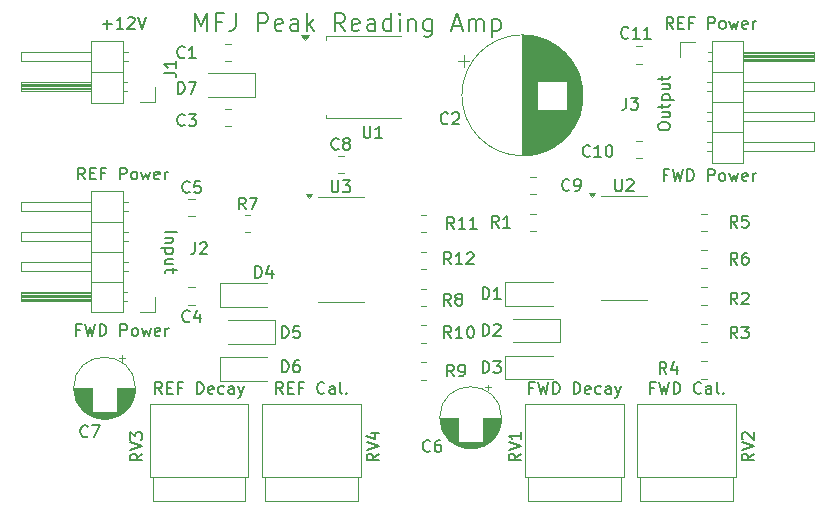
<source format=gbr>
%TF.GenerationSoftware,KiCad,Pcbnew,8.0.8*%
%TF.CreationDate,2025-01-26T19:39:00-06:00*%
%TF.ProjectId,peak-read-amp,7065616b-2d72-4656-9164-2d616d702e6b,rev?*%
%TF.SameCoordinates,Original*%
%TF.FileFunction,Legend,Top*%
%TF.FilePolarity,Positive*%
%FSLAX46Y46*%
G04 Gerber Fmt 4.6, Leading zero omitted, Abs format (unit mm)*
G04 Created by KiCad (PCBNEW 8.0.8) date 2025-01-26 19:39:00*
%MOMM*%
%LPD*%
G01*
G04 APERTURE LIST*
%ADD10C,0.150000*%
%ADD11C,0.120000*%
G04 APERTURE END LIST*
D10*
X88380180Y-123586779D02*
X89380180Y-123586779D01*
X89046847Y-124062969D02*
X88380180Y-124062969D01*
X88951609Y-124062969D02*
X88999228Y-124110588D01*
X88999228Y-124110588D02*
X89046847Y-124205826D01*
X89046847Y-124205826D02*
X89046847Y-124348683D01*
X89046847Y-124348683D02*
X88999228Y-124443921D01*
X88999228Y-124443921D02*
X88903990Y-124491540D01*
X88903990Y-124491540D02*
X88380180Y-124491540D01*
X89046847Y-124967731D02*
X88046847Y-124967731D01*
X88999228Y-124967731D02*
X89046847Y-125062969D01*
X89046847Y-125062969D02*
X89046847Y-125253445D01*
X89046847Y-125253445D02*
X88999228Y-125348683D01*
X88999228Y-125348683D02*
X88951609Y-125396302D01*
X88951609Y-125396302D02*
X88856371Y-125443921D01*
X88856371Y-125443921D02*
X88570657Y-125443921D01*
X88570657Y-125443921D02*
X88475419Y-125396302D01*
X88475419Y-125396302D02*
X88427800Y-125348683D01*
X88427800Y-125348683D02*
X88380180Y-125253445D01*
X88380180Y-125253445D02*
X88380180Y-125062969D01*
X88380180Y-125062969D02*
X88427800Y-124967731D01*
X89046847Y-126301064D02*
X88380180Y-126301064D01*
X89046847Y-125872493D02*
X88523038Y-125872493D01*
X88523038Y-125872493D02*
X88427800Y-125920112D01*
X88427800Y-125920112D02*
X88380180Y-126015350D01*
X88380180Y-126015350D02*
X88380180Y-126158207D01*
X88380180Y-126158207D02*
X88427800Y-126253445D01*
X88427800Y-126253445D02*
X88475419Y-126301064D01*
X89046847Y-126634398D02*
X89046847Y-127015350D01*
X89380180Y-126777255D02*
X88523038Y-126777255D01*
X88523038Y-126777255D02*
X88427800Y-126824874D01*
X88427800Y-126824874D02*
X88380180Y-126920112D01*
X88380180Y-126920112D02*
X88380180Y-127015350D01*
X81170112Y-131846009D02*
X80836779Y-131846009D01*
X80836779Y-132369819D02*
X80836779Y-131369819D01*
X80836779Y-131369819D02*
X81312969Y-131369819D01*
X81598684Y-131369819D02*
X81836779Y-132369819D01*
X81836779Y-132369819D02*
X82027255Y-131655533D01*
X82027255Y-131655533D02*
X82217731Y-132369819D01*
X82217731Y-132369819D02*
X82455827Y-131369819D01*
X82836779Y-132369819D02*
X82836779Y-131369819D01*
X82836779Y-131369819D02*
X83074874Y-131369819D01*
X83074874Y-131369819D02*
X83217731Y-131417438D01*
X83217731Y-131417438D02*
X83312969Y-131512676D01*
X83312969Y-131512676D02*
X83360588Y-131607914D01*
X83360588Y-131607914D02*
X83408207Y-131798390D01*
X83408207Y-131798390D02*
X83408207Y-131941247D01*
X83408207Y-131941247D02*
X83360588Y-132131723D01*
X83360588Y-132131723D02*
X83312969Y-132226961D01*
X83312969Y-132226961D02*
X83217731Y-132322200D01*
X83217731Y-132322200D02*
X83074874Y-132369819D01*
X83074874Y-132369819D02*
X82836779Y-132369819D01*
X84598684Y-132369819D02*
X84598684Y-131369819D01*
X84598684Y-131369819D02*
X84979636Y-131369819D01*
X84979636Y-131369819D02*
X85074874Y-131417438D01*
X85074874Y-131417438D02*
X85122493Y-131465057D01*
X85122493Y-131465057D02*
X85170112Y-131560295D01*
X85170112Y-131560295D02*
X85170112Y-131703152D01*
X85170112Y-131703152D02*
X85122493Y-131798390D01*
X85122493Y-131798390D02*
X85074874Y-131846009D01*
X85074874Y-131846009D02*
X84979636Y-131893628D01*
X84979636Y-131893628D02*
X84598684Y-131893628D01*
X85741541Y-132369819D02*
X85646303Y-132322200D01*
X85646303Y-132322200D02*
X85598684Y-132274580D01*
X85598684Y-132274580D02*
X85551065Y-132179342D01*
X85551065Y-132179342D02*
X85551065Y-131893628D01*
X85551065Y-131893628D02*
X85598684Y-131798390D01*
X85598684Y-131798390D02*
X85646303Y-131750771D01*
X85646303Y-131750771D02*
X85741541Y-131703152D01*
X85741541Y-131703152D02*
X85884398Y-131703152D01*
X85884398Y-131703152D02*
X85979636Y-131750771D01*
X85979636Y-131750771D02*
X86027255Y-131798390D01*
X86027255Y-131798390D02*
X86074874Y-131893628D01*
X86074874Y-131893628D02*
X86074874Y-132179342D01*
X86074874Y-132179342D02*
X86027255Y-132274580D01*
X86027255Y-132274580D02*
X85979636Y-132322200D01*
X85979636Y-132322200D02*
X85884398Y-132369819D01*
X85884398Y-132369819D02*
X85741541Y-132369819D01*
X86408208Y-131703152D02*
X86598684Y-132369819D01*
X86598684Y-132369819D02*
X86789160Y-131893628D01*
X86789160Y-131893628D02*
X86979636Y-132369819D01*
X86979636Y-132369819D02*
X87170112Y-131703152D01*
X87932017Y-132322200D02*
X87836779Y-132369819D01*
X87836779Y-132369819D02*
X87646303Y-132369819D01*
X87646303Y-132369819D02*
X87551065Y-132322200D01*
X87551065Y-132322200D02*
X87503446Y-132226961D01*
X87503446Y-132226961D02*
X87503446Y-131846009D01*
X87503446Y-131846009D02*
X87551065Y-131750771D01*
X87551065Y-131750771D02*
X87646303Y-131703152D01*
X87646303Y-131703152D02*
X87836779Y-131703152D01*
X87836779Y-131703152D02*
X87932017Y-131750771D01*
X87932017Y-131750771D02*
X87979636Y-131846009D01*
X87979636Y-131846009D02*
X87979636Y-131941247D01*
X87979636Y-131941247D02*
X87503446Y-132036485D01*
X88408208Y-132369819D02*
X88408208Y-131703152D01*
X88408208Y-131893628D02*
X88455827Y-131798390D01*
X88455827Y-131798390D02*
X88503446Y-131750771D01*
X88503446Y-131750771D02*
X88598684Y-131703152D01*
X88598684Y-131703152D02*
X88693922Y-131703152D01*
X90955826Y-106558628D02*
X90955826Y-105058628D01*
X90955826Y-105058628D02*
X91455826Y-106130057D01*
X91455826Y-106130057D02*
X91955826Y-105058628D01*
X91955826Y-105058628D02*
X91955826Y-106558628D01*
X93170112Y-105772914D02*
X92670112Y-105772914D01*
X92670112Y-106558628D02*
X92670112Y-105058628D01*
X92670112Y-105058628D02*
X93384398Y-105058628D01*
X94384398Y-105058628D02*
X94384398Y-106130057D01*
X94384398Y-106130057D02*
X94312969Y-106344342D01*
X94312969Y-106344342D02*
X94170112Y-106487200D01*
X94170112Y-106487200D02*
X93955826Y-106558628D01*
X93955826Y-106558628D02*
X93812969Y-106558628D01*
X96241540Y-106558628D02*
X96241540Y-105058628D01*
X96241540Y-105058628D02*
X96812969Y-105058628D01*
X96812969Y-105058628D02*
X96955826Y-105130057D01*
X96955826Y-105130057D02*
X97027255Y-105201485D01*
X97027255Y-105201485D02*
X97098683Y-105344342D01*
X97098683Y-105344342D02*
X97098683Y-105558628D01*
X97098683Y-105558628D02*
X97027255Y-105701485D01*
X97027255Y-105701485D02*
X96955826Y-105772914D01*
X96955826Y-105772914D02*
X96812969Y-105844342D01*
X96812969Y-105844342D02*
X96241540Y-105844342D01*
X98312969Y-106487200D02*
X98170112Y-106558628D01*
X98170112Y-106558628D02*
X97884398Y-106558628D01*
X97884398Y-106558628D02*
X97741540Y-106487200D01*
X97741540Y-106487200D02*
X97670112Y-106344342D01*
X97670112Y-106344342D02*
X97670112Y-105772914D01*
X97670112Y-105772914D02*
X97741540Y-105630057D01*
X97741540Y-105630057D02*
X97884398Y-105558628D01*
X97884398Y-105558628D02*
X98170112Y-105558628D01*
X98170112Y-105558628D02*
X98312969Y-105630057D01*
X98312969Y-105630057D02*
X98384398Y-105772914D01*
X98384398Y-105772914D02*
X98384398Y-105915771D01*
X98384398Y-105915771D02*
X97670112Y-106058628D01*
X99670112Y-106558628D02*
X99670112Y-105772914D01*
X99670112Y-105772914D02*
X99598683Y-105630057D01*
X99598683Y-105630057D02*
X99455826Y-105558628D01*
X99455826Y-105558628D02*
X99170112Y-105558628D01*
X99170112Y-105558628D02*
X99027254Y-105630057D01*
X99670112Y-106487200D02*
X99527254Y-106558628D01*
X99527254Y-106558628D02*
X99170112Y-106558628D01*
X99170112Y-106558628D02*
X99027254Y-106487200D01*
X99027254Y-106487200D02*
X98955826Y-106344342D01*
X98955826Y-106344342D02*
X98955826Y-106201485D01*
X98955826Y-106201485D02*
X99027254Y-106058628D01*
X99027254Y-106058628D02*
X99170112Y-105987200D01*
X99170112Y-105987200D02*
X99527254Y-105987200D01*
X99527254Y-105987200D02*
X99670112Y-105915771D01*
X100384397Y-106558628D02*
X100384397Y-105058628D01*
X100527255Y-105987200D02*
X100955826Y-106558628D01*
X100955826Y-105558628D02*
X100384397Y-106130057D01*
X103598683Y-106558628D02*
X103098683Y-105844342D01*
X102741540Y-106558628D02*
X102741540Y-105058628D01*
X102741540Y-105058628D02*
X103312969Y-105058628D01*
X103312969Y-105058628D02*
X103455826Y-105130057D01*
X103455826Y-105130057D02*
X103527255Y-105201485D01*
X103527255Y-105201485D02*
X103598683Y-105344342D01*
X103598683Y-105344342D02*
X103598683Y-105558628D01*
X103598683Y-105558628D02*
X103527255Y-105701485D01*
X103527255Y-105701485D02*
X103455826Y-105772914D01*
X103455826Y-105772914D02*
X103312969Y-105844342D01*
X103312969Y-105844342D02*
X102741540Y-105844342D01*
X104812969Y-106487200D02*
X104670112Y-106558628D01*
X104670112Y-106558628D02*
X104384398Y-106558628D01*
X104384398Y-106558628D02*
X104241540Y-106487200D01*
X104241540Y-106487200D02*
X104170112Y-106344342D01*
X104170112Y-106344342D02*
X104170112Y-105772914D01*
X104170112Y-105772914D02*
X104241540Y-105630057D01*
X104241540Y-105630057D02*
X104384398Y-105558628D01*
X104384398Y-105558628D02*
X104670112Y-105558628D01*
X104670112Y-105558628D02*
X104812969Y-105630057D01*
X104812969Y-105630057D02*
X104884398Y-105772914D01*
X104884398Y-105772914D02*
X104884398Y-105915771D01*
X104884398Y-105915771D02*
X104170112Y-106058628D01*
X106170112Y-106558628D02*
X106170112Y-105772914D01*
X106170112Y-105772914D02*
X106098683Y-105630057D01*
X106098683Y-105630057D02*
X105955826Y-105558628D01*
X105955826Y-105558628D02*
X105670112Y-105558628D01*
X105670112Y-105558628D02*
X105527254Y-105630057D01*
X106170112Y-106487200D02*
X106027254Y-106558628D01*
X106027254Y-106558628D02*
X105670112Y-106558628D01*
X105670112Y-106558628D02*
X105527254Y-106487200D01*
X105527254Y-106487200D02*
X105455826Y-106344342D01*
X105455826Y-106344342D02*
X105455826Y-106201485D01*
X105455826Y-106201485D02*
X105527254Y-106058628D01*
X105527254Y-106058628D02*
X105670112Y-105987200D01*
X105670112Y-105987200D02*
X106027254Y-105987200D01*
X106027254Y-105987200D02*
X106170112Y-105915771D01*
X107527255Y-106558628D02*
X107527255Y-105058628D01*
X107527255Y-106487200D02*
X107384397Y-106558628D01*
X107384397Y-106558628D02*
X107098683Y-106558628D01*
X107098683Y-106558628D02*
X106955826Y-106487200D01*
X106955826Y-106487200D02*
X106884397Y-106415771D01*
X106884397Y-106415771D02*
X106812969Y-106272914D01*
X106812969Y-106272914D02*
X106812969Y-105844342D01*
X106812969Y-105844342D02*
X106884397Y-105701485D01*
X106884397Y-105701485D02*
X106955826Y-105630057D01*
X106955826Y-105630057D02*
X107098683Y-105558628D01*
X107098683Y-105558628D02*
X107384397Y-105558628D01*
X107384397Y-105558628D02*
X107527255Y-105630057D01*
X108241540Y-106558628D02*
X108241540Y-105558628D01*
X108241540Y-105058628D02*
X108170112Y-105130057D01*
X108170112Y-105130057D02*
X108241540Y-105201485D01*
X108241540Y-105201485D02*
X108312969Y-105130057D01*
X108312969Y-105130057D02*
X108241540Y-105058628D01*
X108241540Y-105058628D02*
X108241540Y-105201485D01*
X108955826Y-105558628D02*
X108955826Y-106558628D01*
X108955826Y-105701485D02*
X109027255Y-105630057D01*
X109027255Y-105630057D02*
X109170112Y-105558628D01*
X109170112Y-105558628D02*
X109384398Y-105558628D01*
X109384398Y-105558628D02*
X109527255Y-105630057D01*
X109527255Y-105630057D02*
X109598684Y-105772914D01*
X109598684Y-105772914D02*
X109598684Y-106558628D01*
X110955827Y-105558628D02*
X110955827Y-106772914D01*
X110955827Y-106772914D02*
X110884398Y-106915771D01*
X110884398Y-106915771D02*
X110812969Y-106987200D01*
X110812969Y-106987200D02*
X110670112Y-107058628D01*
X110670112Y-107058628D02*
X110455827Y-107058628D01*
X110455827Y-107058628D02*
X110312969Y-106987200D01*
X110955827Y-106487200D02*
X110812969Y-106558628D01*
X110812969Y-106558628D02*
X110527255Y-106558628D01*
X110527255Y-106558628D02*
X110384398Y-106487200D01*
X110384398Y-106487200D02*
X110312969Y-106415771D01*
X110312969Y-106415771D02*
X110241541Y-106272914D01*
X110241541Y-106272914D02*
X110241541Y-105844342D01*
X110241541Y-105844342D02*
X110312969Y-105701485D01*
X110312969Y-105701485D02*
X110384398Y-105630057D01*
X110384398Y-105630057D02*
X110527255Y-105558628D01*
X110527255Y-105558628D02*
X110812969Y-105558628D01*
X110812969Y-105558628D02*
X110955827Y-105630057D01*
X112741541Y-106130057D02*
X113455827Y-106130057D01*
X112598684Y-106558628D02*
X113098684Y-105058628D01*
X113098684Y-105058628D02*
X113598684Y-106558628D01*
X114098683Y-106558628D02*
X114098683Y-105558628D01*
X114098683Y-105701485D02*
X114170112Y-105630057D01*
X114170112Y-105630057D02*
X114312969Y-105558628D01*
X114312969Y-105558628D02*
X114527255Y-105558628D01*
X114527255Y-105558628D02*
X114670112Y-105630057D01*
X114670112Y-105630057D02*
X114741541Y-105772914D01*
X114741541Y-105772914D02*
X114741541Y-106558628D01*
X114741541Y-105772914D02*
X114812969Y-105630057D01*
X114812969Y-105630057D02*
X114955826Y-105558628D01*
X114955826Y-105558628D02*
X115170112Y-105558628D01*
X115170112Y-105558628D02*
X115312969Y-105630057D01*
X115312969Y-105630057D02*
X115384398Y-105772914D01*
X115384398Y-105772914D02*
X115384398Y-106558628D01*
X116098683Y-105558628D02*
X116098683Y-107058628D01*
X116098683Y-105630057D02*
X116241541Y-105558628D01*
X116241541Y-105558628D02*
X116527255Y-105558628D01*
X116527255Y-105558628D02*
X116670112Y-105630057D01*
X116670112Y-105630057D02*
X116741541Y-105701485D01*
X116741541Y-105701485D02*
X116812969Y-105844342D01*
X116812969Y-105844342D02*
X116812969Y-106272914D01*
X116812969Y-106272914D02*
X116741541Y-106415771D01*
X116741541Y-106415771D02*
X116670112Y-106487200D01*
X116670112Y-106487200D02*
X116527255Y-106558628D01*
X116527255Y-106558628D02*
X116241541Y-106558628D01*
X116241541Y-106558628D02*
X116098683Y-106487200D01*
X83086779Y-105988866D02*
X83848684Y-105988866D01*
X83467731Y-106369819D02*
X83467731Y-105607914D01*
X84848683Y-106369819D02*
X84277255Y-106369819D01*
X84562969Y-106369819D02*
X84562969Y-105369819D01*
X84562969Y-105369819D02*
X84467731Y-105512676D01*
X84467731Y-105512676D02*
X84372493Y-105607914D01*
X84372493Y-105607914D02*
X84277255Y-105655533D01*
X85229636Y-105465057D02*
X85277255Y-105417438D01*
X85277255Y-105417438D02*
X85372493Y-105369819D01*
X85372493Y-105369819D02*
X85610588Y-105369819D01*
X85610588Y-105369819D02*
X85705826Y-105417438D01*
X85705826Y-105417438D02*
X85753445Y-105465057D01*
X85753445Y-105465057D02*
X85801064Y-105560295D01*
X85801064Y-105560295D02*
X85801064Y-105655533D01*
X85801064Y-105655533D02*
X85753445Y-105798390D01*
X85753445Y-105798390D02*
X85182017Y-106369819D01*
X85182017Y-106369819D02*
X85801064Y-106369819D01*
X86086779Y-105369819D02*
X86420112Y-106369819D01*
X86420112Y-106369819D02*
X86753445Y-105369819D01*
X130920112Y-118726009D02*
X130586779Y-118726009D01*
X130586779Y-119249819D02*
X130586779Y-118249819D01*
X130586779Y-118249819D02*
X131062969Y-118249819D01*
X131348684Y-118249819D02*
X131586779Y-119249819D01*
X131586779Y-119249819D02*
X131777255Y-118535533D01*
X131777255Y-118535533D02*
X131967731Y-119249819D01*
X131967731Y-119249819D02*
X132205827Y-118249819D01*
X132586779Y-119249819D02*
X132586779Y-118249819D01*
X132586779Y-118249819D02*
X132824874Y-118249819D01*
X132824874Y-118249819D02*
X132967731Y-118297438D01*
X132967731Y-118297438D02*
X133062969Y-118392676D01*
X133062969Y-118392676D02*
X133110588Y-118487914D01*
X133110588Y-118487914D02*
X133158207Y-118678390D01*
X133158207Y-118678390D02*
X133158207Y-118821247D01*
X133158207Y-118821247D02*
X133110588Y-119011723D01*
X133110588Y-119011723D02*
X133062969Y-119106961D01*
X133062969Y-119106961D02*
X132967731Y-119202200D01*
X132967731Y-119202200D02*
X132824874Y-119249819D01*
X132824874Y-119249819D02*
X132586779Y-119249819D01*
X134348684Y-119249819D02*
X134348684Y-118249819D01*
X134348684Y-118249819D02*
X134729636Y-118249819D01*
X134729636Y-118249819D02*
X134824874Y-118297438D01*
X134824874Y-118297438D02*
X134872493Y-118345057D01*
X134872493Y-118345057D02*
X134920112Y-118440295D01*
X134920112Y-118440295D02*
X134920112Y-118583152D01*
X134920112Y-118583152D02*
X134872493Y-118678390D01*
X134872493Y-118678390D02*
X134824874Y-118726009D01*
X134824874Y-118726009D02*
X134729636Y-118773628D01*
X134729636Y-118773628D02*
X134348684Y-118773628D01*
X135491541Y-119249819D02*
X135396303Y-119202200D01*
X135396303Y-119202200D02*
X135348684Y-119154580D01*
X135348684Y-119154580D02*
X135301065Y-119059342D01*
X135301065Y-119059342D02*
X135301065Y-118773628D01*
X135301065Y-118773628D02*
X135348684Y-118678390D01*
X135348684Y-118678390D02*
X135396303Y-118630771D01*
X135396303Y-118630771D02*
X135491541Y-118583152D01*
X135491541Y-118583152D02*
X135634398Y-118583152D01*
X135634398Y-118583152D02*
X135729636Y-118630771D01*
X135729636Y-118630771D02*
X135777255Y-118678390D01*
X135777255Y-118678390D02*
X135824874Y-118773628D01*
X135824874Y-118773628D02*
X135824874Y-119059342D01*
X135824874Y-119059342D02*
X135777255Y-119154580D01*
X135777255Y-119154580D02*
X135729636Y-119202200D01*
X135729636Y-119202200D02*
X135634398Y-119249819D01*
X135634398Y-119249819D02*
X135491541Y-119249819D01*
X136158208Y-118583152D02*
X136348684Y-119249819D01*
X136348684Y-119249819D02*
X136539160Y-118773628D01*
X136539160Y-118773628D02*
X136729636Y-119249819D01*
X136729636Y-119249819D02*
X136920112Y-118583152D01*
X137682017Y-119202200D02*
X137586779Y-119249819D01*
X137586779Y-119249819D02*
X137396303Y-119249819D01*
X137396303Y-119249819D02*
X137301065Y-119202200D01*
X137301065Y-119202200D02*
X137253446Y-119106961D01*
X137253446Y-119106961D02*
X137253446Y-118726009D01*
X137253446Y-118726009D02*
X137301065Y-118630771D01*
X137301065Y-118630771D02*
X137396303Y-118583152D01*
X137396303Y-118583152D02*
X137586779Y-118583152D01*
X137586779Y-118583152D02*
X137682017Y-118630771D01*
X137682017Y-118630771D02*
X137729636Y-118726009D01*
X137729636Y-118726009D02*
X137729636Y-118821247D01*
X137729636Y-118821247D02*
X137253446Y-118916485D01*
X138158208Y-119249819D02*
X138158208Y-118583152D01*
X138158208Y-118773628D02*
X138205827Y-118678390D01*
X138205827Y-118678390D02*
X138253446Y-118630771D01*
X138253446Y-118630771D02*
X138348684Y-118583152D01*
X138348684Y-118583152D02*
X138443922Y-118583152D01*
X130119819Y-114722744D02*
X130119819Y-114532268D01*
X130119819Y-114532268D02*
X130167438Y-114437030D01*
X130167438Y-114437030D02*
X130262676Y-114341792D01*
X130262676Y-114341792D02*
X130453152Y-114294173D01*
X130453152Y-114294173D02*
X130786485Y-114294173D01*
X130786485Y-114294173D02*
X130976961Y-114341792D01*
X130976961Y-114341792D02*
X131072200Y-114437030D01*
X131072200Y-114437030D02*
X131119819Y-114532268D01*
X131119819Y-114532268D02*
X131119819Y-114722744D01*
X131119819Y-114722744D02*
X131072200Y-114817982D01*
X131072200Y-114817982D02*
X130976961Y-114913220D01*
X130976961Y-114913220D02*
X130786485Y-114960839D01*
X130786485Y-114960839D02*
X130453152Y-114960839D01*
X130453152Y-114960839D02*
X130262676Y-114913220D01*
X130262676Y-114913220D02*
X130167438Y-114817982D01*
X130167438Y-114817982D02*
X130119819Y-114722744D01*
X130453152Y-113437030D02*
X131119819Y-113437030D01*
X130453152Y-113865601D02*
X130976961Y-113865601D01*
X130976961Y-113865601D02*
X131072200Y-113817982D01*
X131072200Y-113817982D02*
X131119819Y-113722744D01*
X131119819Y-113722744D02*
X131119819Y-113579887D01*
X131119819Y-113579887D02*
X131072200Y-113484649D01*
X131072200Y-113484649D02*
X131024580Y-113437030D01*
X130453152Y-113103696D02*
X130453152Y-112722744D01*
X130119819Y-112960839D02*
X130976961Y-112960839D01*
X130976961Y-112960839D02*
X131072200Y-112913220D01*
X131072200Y-112913220D02*
X131119819Y-112817982D01*
X131119819Y-112817982D02*
X131119819Y-112722744D01*
X130453152Y-112389410D02*
X131453152Y-112389410D01*
X130500771Y-112389410D02*
X130453152Y-112294172D01*
X130453152Y-112294172D02*
X130453152Y-112103696D01*
X130453152Y-112103696D02*
X130500771Y-112008458D01*
X130500771Y-112008458D02*
X130548390Y-111960839D01*
X130548390Y-111960839D02*
X130643628Y-111913220D01*
X130643628Y-111913220D02*
X130929342Y-111913220D01*
X130929342Y-111913220D02*
X131024580Y-111960839D01*
X131024580Y-111960839D02*
X131072200Y-112008458D01*
X131072200Y-112008458D02*
X131119819Y-112103696D01*
X131119819Y-112103696D02*
X131119819Y-112294172D01*
X131119819Y-112294172D02*
X131072200Y-112389410D01*
X130453152Y-111056077D02*
X131119819Y-111056077D01*
X130453152Y-111484648D02*
X130976961Y-111484648D01*
X130976961Y-111484648D02*
X131072200Y-111437029D01*
X131072200Y-111437029D02*
X131119819Y-111341791D01*
X131119819Y-111341791D02*
X131119819Y-111198934D01*
X131119819Y-111198934D02*
X131072200Y-111103696D01*
X131072200Y-111103696D02*
X131024580Y-111056077D01*
X130453152Y-110722743D02*
X130453152Y-110341791D01*
X130119819Y-110579886D02*
X130976961Y-110579886D01*
X130976961Y-110579886D02*
X131072200Y-110532267D01*
X131072200Y-110532267D02*
X131119819Y-110437029D01*
X131119819Y-110437029D02*
X131119819Y-110341791D01*
X81598683Y-119119819D02*
X81265350Y-118643628D01*
X81027255Y-119119819D02*
X81027255Y-118119819D01*
X81027255Y-118119819D02*
X81408207Y-118119819D01*
X81408207Y-118119819D02*
X81503445Y-118167438D01*
X81503445Y-118167438D02*
X81551064Y-118215057D01*
X81551064Y-118215057D02*
X81598683Y-118310295D01*
X81598683Y-118310295D02*
X81598683Y-118453152D01*
X81598683Y-118453152D02*
X81551064Y-118548390D01*
X81551064Y-118548390D02*
X81503445Y-118596009D01*
X81503445Y-118596009D02*
X81408207Y-118643628D01*
X81408207Y-118643628D02*
X81027255Y-118643628D01*
X82027255Y-118596009D02*
X82360588Y-118596009D01*
X82503445Y-119119819D02*
X82027255Y-119119819D01*
X82027255Y-119119819D02*
X82027255Y-118119819D01*
X82027255Y-118119819D02*
X82503445Y-118119819D01*
X83265350Y-118596009D02*
X82932017Y-118596009D01*
X82932017Y-119119819D02*
X82932017Y-118119819D01*
X82932017Y-118119819D02*
X83408207Y-118119819D01*
X84551065Y-119119819D02*
X84551065Y-118119819D01*
X84551065Y-118119819D02*
X84932017Y-118119819D01*
X84932017Y-118119819D02*
X85027255Y-118167438D01*
X85027255Y-118167438D02*
X85074874Y-118215057D01*
X85074874Y-118215057D02*
X85122493Y-118310295D01*
X85122493Y-118310295D02*
X85122493Y-118453152D01*
X85122493Y-118453152D02*
X85074874Y-118548390D01*
X85074874Y-118548390D02*
X85027255Y-118596009D01*
X85027255Y-118596009D02*
X84932017Y-118643628D01*
X84932017Y-118643628D02*
X84551065Y-118643628D01*
X85693922Y-119119819D02*
X85598684Y-119072200D01*
X85598684Y-119072200D02*
X85551065Y-119024580D01*
X85551065Y-119024580D02*
X85503446Y-118929342D01*
X85503446Y-118929342D02*
X85503446Y-118643628D01*
X85503446Y-118643628D02*
X85551065Y-118548390D01*
X85551065Y-118548390D02*
X85598684Y-118500771D01*
X85598684Y-118500771D02*
X85693922Y-118453152D01*
X85693922Y-118453152D02*
X85836779Y-118453152D01*
X85836779Y-118453152D02*
X85932017Y-118500771D01*
X85932017Y-118500771D02*
X85979636Y-118548390D01*
X85979636Y-118548390D02*
X86027255Y-118643628D01*
X86027255Y-118643628D02*
X86027255Y-118929342D01*
X86027255Y-118929342D02*
X85979636Y-119024580D01*
X85979636Y-119024580D02*
X85932017Y-119072200D01*
X85932017Y-119072200D02*
X85836779Y-119119819D01*
X85836779Y-119119819D02*
X85693922Y-119119819D01*
X86360589Y-118453152D02*
X86551065Y-119119819D01*
X86551065Y-119119819D02*
X86741541Y-118643628D01*
X86741541Y-118643628D02*
X86932017Y-119119819D01*
X86932017Y-119119819D02*
X87122493Y-118453152D01*
X87884398Y-119072200D02*
X87789160Y-119119819D01*
X87789160Y-119119819D02*
X87598684Y-119119819D01*
X87598684Y-119119819D02*
X87503446Y-119072200D01*
X87503446Y-119072200D02*
X87455827Y-118976961D01*
X87455827Y-118976961D02*
X87455827Y-118596009D01*
X87455827Y-118596009D02*
X87503446Y-118500771D01*
X87503446Y-118500771D02*
X87598684Y-118453152D01*
X87598684Y-118453152D02*
X87789160Y-118453152D01*
X87789160Y-118453152D02*
X87884398Y-118500771D01*
X87884398Y-118500771D02*
X87932017Y-118596009D01*
X87932017Y-118596009D02*
X87932017Y-118691247D01*
X87932017Y-118691247D02*
X87455827Y-118786485D01*
X88360589Y-119119819D02*
X88360589Y-118453152D01*
X88360589Y-118643628D02*
X88408208Y-118548390D01*
X88408208Y-118548390D02*
X88455827Y-118500771D01*
X88455827Y-118500771D02*
X88551065Y-118453152D01*
X88551065Y-118453152D02*
X88646303Y-118453152D01*
X131408207Y-106369819D02*
X131074874Y-105893628D01*
X130836779Y-106369819D02*
X130836779Y-105369819D01*
X130836779Y-105369819D02*
X131217731Y-105369819D01*
X131217731Y-105369819D02*
X131312969Y-105417438D01*
X131312969Y-105417438D02*
X131360588Y-105465057D01*
X131360588Y-105465057D02*
X131408207Y-105560295D01*
X131408207Y-105560295D02*
X131408207Y-105703152D01*
X131408207Y-105703152D02*
X131360588Y-105798390D01*
X131360588Y-105798390D02*
X131312969Y-105846009D01*
X131312969Y-105846009D02*
X131217731Y-105893628D01*
X131217731Y-105893628D02*
X130836779Y-105893628D01*
X131836779Y-105846009D02*
X132170112Y-105846009D01*
X132312969Y-106369819D02*
X131836779Y-106369819D01*
X131836779Y-106369819D02*
X131836779Y-105369819D01*
X131836779Y-105369819D02*
X132312969Y-105369819D01*
X133074874Y-105846009D02*
X132741541Y-105846009D01*
X132741541Y-106369819D02*
X132741541Y-105369819D01*
X132741541Y-105369819D02*
X133217731Y-105369819D01*
X134360589Y-106369819D02*
X134360589Y-105369819D01*
X134360589Y-105369819D02*
X134741541Y-105369819D01*
X134741541Y-105369819D02*
X134836779Y-105417438D01*
X134836779Y-105417438D02*
X134884398Y-105465057D01*
X134884398Y-105465057D02*
X134932017Y-105560295D01*
X134932017Y-105560295D02*
X134932017Y-105703152D01*
X134932017Y-105703152D02*
X134884398Y-105798390D01*
X134884398Y-105798390D02*
X134836779Y-105846009D01*
X134836779Y-105846009D02*
X134741541Y-105893628D01*
X134741541Y-105893628D02*
X134360589Y-105893628D01*
X135503446Y-106369819D02*
X135408208Y-106322200D01*
X135408208Y-106322200D02*
X135360589Y-106274580D01*
X135360589Y-106274580D02*
X135312970Y-106179342D01*
X135312970Y-106179342D02*
X135312970Y-105893628D01*
X135312970Y-105893628D02*
X135360589Y-105798390D01*
X135360589Y-105798390D02*
X135408208Y-105750771D01*
X135408208Y-105750771D02*
X135503446Y-105703152D01*
X135503446Y-105703152D02*
X135646303Y-105703152D01*
X135646303Y-105703152D02*
X135741541Y-105750771D01*
X135741541Y-105750771D02*
X135789160Y-105798390D01*
X135789160Y-105798390D02*
X135836779Y-105893628D01*
X135836779Y-105893628D02*
X135836779Y-106179342D01*
X135836779Y-106179342D02*
X135789160Y-106274580D01*
X135789160Y-106274580D02*
X135741541Y-106322200D01*
X135741541Y-106322200D02*
X135646303Y-106369819D01*
X135646303Y-106369819D02*
X135503446Y-106369819D01*
X136170113Y-105703152D02*
X136360589Y-106369819D01*
X136360589Y-106369819D02*
X136551065Y-105893628D01*
X136551065Y-105893628D02*
X136741541Y-106369819D01*
X136741541Y-106369819D02*
X136932017Y-105703152D01*
X137693922Y-106322200D02*
X137598684Y-106369819D01*
X137598684Y-106369819D02*
X137408208Y-106369819D01*
X137408208Y-106369819D02*
X137312970Y-106322200D01*
X137312970Y-106322200D02*
X137265351Y-106226961D01*
X137265351Y-106226961D02*
X137265351Y-105846009D01*
X137265351Y-105846009D02*
X137312970Y-105750771D01*
X137312970Y-105750771D02*
X137408208Y-105703152D01*
X137408208Y-105703152D02*
X137598684Y-105703152D01*
X137598684Y-105703152D02*
X137693922Y-105750771D01*
X137693922Y-105750771D02*
X137741541Y-105846009D01*
X137741541Y-105846009D02*
X137741541Y-105941247D01*
X137741541Y-105941247D02*
X137265351Y-106036485D01*
X138170113Y-106369819D02*
X138170113Y-105703152D01*
X138170113Y-105893628D02*
X138217732Y-105798390D01*
X138217732Y-105798390D02*
X138265351Y-105750771D01*
X138265351Y-105750771D02*
X138360589Y-105703152D01*
X138360589Y-105703152D02*
X138455827Y-105703152D01*
X112583333Y-129804819D02*
X112250000Y-129328628D01*
X112011905Y-129804819D02*
X112011905Y-128804819D01*
X112011905Y-128804819D02*
X112392857Y-128804819D01*
X112392857Y-128804819D02*
X112488095Y-128852438D01*
X112488095Y-128852438D02*
X112535714Y-128900057D01*
X112535714Y-128900057D02*
X112583333Y-128995295D01*
X112583333Y-128995295D02*
X112583333Y-129138152D01*
X112583333Y-129138152D02*
X112535714Y-129233390D01*
X112535714Y-129233390D02*
X112488095Y-129281009D01*
X112488095Y-129281009D02*
X112392857Y-129328628D01*
X112392857Y-129328628D02*
X112011905Y-129328628D01*
X113154762Y-129233390D02*
X113059524Y-129185771D01*
X113059524Y-129185771D02*
X113011905Y-129138152D01*
X113011905Y-129138152D02*
X112964286Y-129042914D01*
X112964286Y-129042914D02*
X112964286Y-128995295D01*
X112964286Y-128995295D02*
X113011905Y-128900057D01*
X113011905Y-128900057D02*
X113059524Y-128852438D01*
X113059524Y-128852438D02*
X113154762Y-128804819D01*
X113154762Y-128804819D02*
X113345238Y-128804819D01*
X113345238Y-128804819D02*
X113440476Y-128852438D01*
X113440476Y-128852438D02*
X113488095Y-128900057D01*
X113488095Y-128900057D02*
X113535714Y-128995295D01*
X113535714Y-128995295D02*
X113535714Y-129042914D01*
X113535714Y-129042914D02*
X113488095Y-129138152D01*
X113488095Y-129138152D02*
X113440476Y-129185771D01*
X113440476Y-129185771D02*
X113345238Y-129233390D01*
X113345238Y-129233390D02*
X113154762Y-129233390D01*
X113154762Y-129233390D02*
X113059524Y-129281009D01*
X113059524Y-129281009D02*
X113011905Y-129328628D01*
X113011905Y-129328628D02*
X112964286Y-129423866D01*
X112964286Y-129423866D02*
X112964286Y-129614342D01*
X112964286Y-129614342D02*
X113011905Y-129709580D01*
X113011905Y-129709580D02*
X113059524Y-129757200D01*
X113059524Y-129757200D02*
X113154762Y-129804819D01*
X113154762Y-129804819D02*
X113345238Y-129804819D01*
X113345238Y-129804819D02*
X113440476Y-129757200D01*
X113440476Y-129757200D02*
X113488095Y-129709580D01*
X113488095Y-129709580D02*
X113535714Y-129614342D01*
X113535714Y-129614342D02*
X113535714Y-129423866D01*
X113535714Y-129423866D02*
X113488095Y-129328628D01*
X113488095Y-129328628D02*
X113440476Y-129281009D01*
X113440476Y-129281009D02*
X113345238Y-129233390D01*
X136833333Y-123204819D02*
X136500000Y-122728628D01*
X136261905Y-123204819D02*
X136261905Y-122204819D01*
X136261905Y-122204819D02*
X136642857Y-122204819D01*
X136642857Y-122204819D02*
X136738095Y-122252438D01*
X136738095Y-122252438D02*
X136785714Y-122300057D01*
X136785714Y-122300057D02*
X136833333Y-122395295D01*
X136833333Y-122395295D02*
X136833333Y-122538152D01*
X136833333Y-122538152D02*
X136785714Y-122633390D01*
X136785714Y-122633390D02*
X136738095Y-122681009D01*
X136738095Y-122681009D02*
X136642857Y-122728628D01*
X136642857Y-122728628D02*
X136261905Y-122728628D01*
X137738095Y-122204819D02*
X137261905Y-122204819D01*
X137261905Y-122204819D02*
X137214286Y-122681009D01*
X137214286Y-122681009D02*
X137261905Y-122633390D01*
X137261905Y-122633390D02*
X137357143Y-122585771D01*
X137357143Y-122585771D02*
X137595238Y-122585771D01*
X137595238Y-122585771D02*
X137690476Y-122633390D01*
X137690476Y-122633390D02*
X137738095Y-122681009D01*
X137738095Y-122681009D02*
X137785714Y-122776247D01*
X137785714Y-122776247D02*
X137785714Y-123014342D01*
X137785714Y-123014342D02*
X137738095Y-123109580D01*
X137738095Y-123109580D02*
X137690476Y-123157200D01*
X137690476Y-123157200D02*
X137595238Y-123204819D01*
X137595238Y-123204819D02*
X137357143Y-123204819D01*
X137357143Y-123204819D02*
X137261905Y-123157200D01*
X137261905Y-123157200D02*
X137214286Y-123109580D01*
X112333333Y-114359580D02*
X112285714Y-114407200D01*
X112285714Y-114407200D02*
X112142857Y-114454819D01*
X112142857Y-114454819D02*
X112047619Y-114454819D01*
X112047619Y-114454819D02*
X111904762Y-114407200D01*
X111904762Y-114407200D02*
X111809524Y-114311961D01*
X111809524Y-114311961D02*
X111761905Y-114216723D01*
X111761905Y-114216723D02*
X111714286Y-114026247D01*
X111714286Y-114026247D02*
X111714286Y-113883390D01*
X111714286Y-113883390D02*
X111761905Y-113692914D01*
X111761905Y-113692914D02*
X111809524Y-113597676D01*
X111809524Y-113597676D02*
X111904762Y-113502438D01*
X111904762Y-113502438D02*
X112047619Y-113454819D01*
X112047619Y-113454819D02*
X112142857Y-113454819D01*
X112142857Y-113454819D02*
X112285714Y-113502438D01*
X112285714Y-113502438D02*
X112333333Y-113550057D01*
X112714286Y-113550057D02*
X112761905Y-113502438D01*
X112761905Y-113502438D02*
X112857143Y-113454819D01*
X112857143Y-113454819D02*
X113095238Y-113454819D01*
X113095238Y-113454819D02*
X113190476Y-113502438D01*
X113190476Y-113502438D02*
X113238095Y-113550057D01*
X113238095Y-113550057D02*
X113285714Y-113645295D01*
X113285714Y-113645295D02*
X113285714Y-113740533D01*
X113285714Y-113740533D02*
X113238095Y-113883390D01*
X113238095Y-113883390D02*
X112666667Y-114454819D01*
X112666667Y-114454819D02*
X113285714Y-114454819D01*
X118484819Y-142345238D02*
X118008628Y-142678571D01*
X118484819Y-142916666D02*
X117484819Y-142916666D01*
X117484819Y-142916666D02*
X117484819Y-142535714D01*
X117484819Y-142535714D02*
X117532438Y-142440476D01*
X117532438Y-142440476D02*
X117580057Y-142392857D01*
X117580057Y-142392857D02*
X117675295Y-142345238D01*
X117675295Y-142345238D02*
X117818152Y-142345238D01*
X117818152Y-142345238D02*
X117913390Y-142392857D01*
X117913390Y-142392857D02*
X117961009Y-142440476D01*
X117961009Y-142440476D02*
X118008628Y-142535714D01*
X118008628Y-142535714D02*
X118008628Y-142916666D01*
X117484819Y-142059523D02*
X118484819Y-141726190D01*
X118484819Y-141726190D02*
X117484819Y-141392857D01*
X118484819Y-140535714D02*
X118484819Y-141107142D01*
X118484819Y-140821428D02*
X117484819Y-140821428D01*
X117484819Y-140821428D02*
X117627676Y-140916666D01*
X117627676Y-140916666D02*
X117722914Y-141011904D01*
X117722914Y-141011904D02*
X117770533Y-141107142D01*
X119549999Y-136766009D02*
X119216666Y-136766009D01*
X119216666Y-137289819D02*
X119216666Y-136289819D01*
X119216666Y-136289819D02*
X119692856Y-136289819D01*
X119978571Y-136289819D02*
X120216666Y-137289819D01*
X120216666Y-137289819D02*
X120407142Y-136575533D01*
X120407142Y-136575533D02*
X120597618Y-137289819D01*
X120597618Y-137289819D02*
X120835714Y-136289819D01*
X121216666Y-137289819D02*
X121216666Y-136289819D01*
X121216666Y-136289819D02*
X121454761Y-136289819D01*
X121454761Y-136289819D02*
X121597618Y-136337438D01*
X121597618Y-136337438D02*
X121692856Y-136432676D01*
X121692856Y-136432676D02*
X121740475Y-136527914D01*
X121740475Y-136527914D02*
X121788094Y-136718390D01*
X121788094Y-136718390D02*
X121788094Y-136861247D01*
X121788094Y-136861247D02*
X121740475Y-137051723D01*
X121740475Y-137051723D02*
X121692856Y-137146961D01*
X121692856Y-137146961D02*
X121597618Y-137242200D01*
X121597618Y-137242200D02*
X121454761Y-137289819D01*
X121454761Y-137289819D02*
X121216666Y-137289819D01*
X122978571Y-137289819D02*
X122978571Y-136289819D01*
X122978571Y-136289819D02*
X123216666Y-136289819D01*
X123216666Y-136289819D02*
X123359523Y-136337438D01*
X123359523Y-136337438D02*
X123454761Y-136432676D01*
X123454761Y-136432676D02*
X123502380Y-136527914D01*
X123502380Y-136527914D02*
X123549999Y-136718390D01*
X123549999Y-136718390D02*
X123549999Y-136861247D01*
X123549999Y-136861247D02*
X123502380Y-137051723D01*
X123502380Y-137051723D02*
X123454761Y-137146961D01*
X123454761Y-137146961D02*
X123359523Y-137242200D01*
X123359523Y-137242200D02*
X123216666Y-137289819D01*
X123216666Y-137289819D02*
X122978571Y-137289819D01*
X124359523Y-137242200D02*
X124264285Y-137289819D01*
X124264285Y-137289819D02*
X124073809Y-137289819D01*
X124073809Y-137289819D02*
X123978571Y-137242200D01*
X123978571Y-137242200D02*
X123930952Y-137146961D01*
X123930952Y-137146961D02*
X123930952Y-136766009D01*
X123930952Y-136766009D02*
X123978571Y-136670771D01*
X123978571Y-136670771D02*
X124073809Y-136623152D01*
X124073809Y-136623152D02*
X124264285Y-136623152D01*
X124264285Y-136623152D02*
X124359523Y-136670771D01*
X124359523Y-136670771D02*
X124407142Y-136766009D01*
X124407142Y-136766009D02*
X124407142Y-136861247D01*
X124407142Y-136861247D02*
X123930952Y-136956485D01*
X125264285Y-137242200D02*
X125169047Y-137289819D01*
X125169047Y-137289819D02*
X124978571Y-137289819D01*
X124978571Y-137289819D02*
X124883333Y-137242200D01*
X124883333Y-137242200D02*
X124835714Y-137194580D01*
X124835714Y-137194580D02*
X124788095Y-137099342D01*
X124788095Y-137099342D02*
X124788095Y-136813628D01*
X124788095Y-136813628D02*
X124835714Y-136718390D01*
X124835714Y-136718390D02*
X124883333Y-136670771D01*
X124883333Y-136670771D02*
X124978571Y-136623152D01*
X124978571Y-136623152D02*
X125169047Y-136623152D01*
X125169047Y-136623152D02*
X125264285Y-136670771D01*
X126121428Y-137289819D02*
X126121428Y-136766009D01*
X126121428Y-136766009D02*
X126073809Y-136670771D01*
X126073809Y-136670771D02*
X125978571Y-136623152D01*
X125978571Y-136623152D02*
X125788095Y-136623152D01*
X125788095Y-136623152D02*
X125692857Y-136670771D01*
X126121428Y-137242200D02*
X126026190Y-137289819D01*
X126026190Y-137289819D02*
X125788095Y-137289819D01*
X125788095Y-137289819D02*
X125692857Y-137242200D01*
X125692857Y-137242200D02*
X125645238Y-137146961D01*
X125645238Y-137146961D02*
X125645238Y-137051723D01*
X125645238Y-137051723D02*
X125692857Y-136956485D01*
X125692857Y-136956485D02*
X125788095Y-136908866D01*
X125788095Y-136908866D02*
X126026190Y-136908866D01*
X126026190Y-136908866D02*
X126121428Y-136861247D01*
X126502381Y-136623152D02*
X126740476Y-137289819D01*
X126978571Y-136623152D02*
X126740476Y-137289819D01*
X126740476Y-137289819D02*
X126645238Y-137527914D01*
X126645238Y-137527914D02*
X126597619Y-137575533D01*
X126597619Y-137575533D02*
X126502381Y-137623152D01*
X138204819Y-142345238D02*
X137728628Y-142678571D01*
X138204819Y-142916666D02*
X137204819Y-142916666D01*
X137204819Y-142916666D02*
X137204819Y-142535714D01*
X137204819Y-142535714D02*
X137252438Y-142440476D01*
X137252438Y-142440476D02*
X137300057Y-142392857D01*
X137300057Y-142392857D02*
X137395295Y-142345238D01*
X137395295Y-142345238D02*
X137538152Y-142345238D01*
X137538152Y-142345238D02*
X137633390Y-142392857D01*
X137633390Y-142392857D02*
X137681009Y-142440476D01*
X137681009Y-142440476D02*
X137728628Y-142535714D01*
X137728628Y-142535714D02*
X137728628Y-142916666D01*
X137204819Y-142059523D02*
X138204819Y-141726190D01*
X138204819Y-141726190D02*
X137204819Y-141392857D01*
X137300057Y-141107142D02*
X137252438Y-141059523D01*
X137252438Y-141059523D02*
X137204819Y-140964285D01*
X137204819Y-140964285D02*
X137204819Y-140726190D01*
X137204819Y-140726190D02*
X137252438Y-140630952D01*
X137252438Y-140630952D02*
X137300057Y-140583333D01*
X137300057Y-140583333D02*
X137395295Y-140535714D01*
X137395295Y-140535714D02*
X137490533Y-140535714D01*
X137490533Y-140535714D02*
X137633390Y-140583333D01*
X137633390Y-140583333D02*
X138204819Y-141154761D01*
X138204819Y-141154761D02*
X138204819Y-140535714D01*
X129778095Y-136766009D02*
X129444762Y-136766009D01*
X129444762Y-137289819D02*
X129444762Y-136289819D01*
X129444762Y-136289819D02*
X129920952Y-136289819D01*
X130206667Y-136289819D02*
X130444762Y-137289819D01*
X130444762Y-137289819D02*
X130635238Y-136575533D01*
X130635238Y-136575533D02*
X130825714Y-137289819D01*
X130825714Y-137289819D02*
X131063810Y-136289819D01*
X131444762Y-137289819D02*
X131444762Y-136289819D01*
X131444762Y-136289819D02*
X131682857Y-136289819D01*
X131682857Y-136289819D02*
X131825714Y-136337438D01*
X131825714Y-136337438D02*
X131920952Y-136432676D01*
X131920952Y-136432676D02*
X131968571Y-136527914D01*
X131968571Y-136527914D02*
X132016190Y-136718390D01*
X132016190Y-136718390D02*
X132016190Y-136861247D01*
X132016190Y-136861247D02*
X131968571Y-137051723D01*
X131968571Y-137051723D02*
X131920952Y-137146961D01*
X131920952Y-137146961D02*
X131825714Y-137242200D01*
X131825714Y-137242200D02*
X131682857Y-137289819D01*
X131682857Y-137289819D02*
X131444762Y-137289819D01*
X133778095Y-137194580D02*
X133730476Y-137242200D01*
X133730476Y-137242200D02*
X133587619Y-137289819D01*
X133587619Y-137289819D02*
X133492381Y-137289819D01*
X133492381Y-137289819D02*
X133349524Y-137242200D01*
X133349524Y-137242200D02*
X133254286Y-137146961D01*
X133254286Y-137146961D02*
X133206667Y-137051723D01*
X133206667Y-137051723D02*
X133159048Y-136861247D01*
X133159048Y-136861247D02*
X133159048Y-136718390D01*
X133159048Y-136718390D02*
X133206667Y-136527914D01*
X133206667Y-136527914D02*
X133254286Y-136432676D01*
X133254286Y-136432676D02*
X133349524Y-136337438D01*
X133349524Y-136337438D02*
X133492381Y-136289819D01*
X133492381Y-136289819D02*
X133587619Y-136289819D01*
X133587619Y-136289819D02*
X133730476Y-136337438D01*
X133730476Y-136337438D02*
X133778095Y-136385057D01*
X134635238Y-137289819D02*
X134635238Y-136766009D01*
X134635238Y-136766009D02*
X134587619Y-136670771D01*
X134587619Y-136670771D02*
X134492381Y-136623152D01*
X134492381Y-136623152D02*
X134301905Y-136623152D01*
X134301905Y-136623152D02*
X134206667Y-136670771D01*
X134635238Y-137242200D02*
X134540000Y-137289819D01*
X134540000Y-137289819D02*
X134301905Y-137289819D01*
X134301905Y-137289819D02*
X134206667Y-137242200D01*
X134206667Y-137242200D02*
X134159048Y-137146961D01*
X134159048Y-137146961D02*
X134159048Y-137051723D01*
X134159048Y-137051723D02*
X134206667Y-136956485D01*
X134206667Y-136956485D02*
X134301905Y-136908866D01*
X134301905Y-136908866D02*
X134540000Y-136908866D01*
X134540000Y-136908866D02*
X134635238Y-136861247D01*
X135254286Y-137289819D02*
X135159048Y-137242200D01*
X135159048Y-137242200D02*
X135111429Y-137146961D01*
X135111429Y-137146961D02*
X135111429Y-136289819D01*
X135635239Y-137194580D02*
X135682858Y-137242200D01*
X135682858Y-137242200D02*
X135635239Y-137289819D01*
X135635239Y-137289819D02*
X135587620Y-137242200D01*
X135587620Y-137242200D02*
X135635239Y-137194580D01*
X135635239Y-137194580D02*
X135635239Y-137289819D01*
X90033333Y-114507080D02*
X89985714Y-114554700D01*
X89985714Y-114554700D02*
X89842857Y-114602319D01*
X89842857Y-114602319D02*
X89747619Y-114602319D01*
X89747619Y-114602319D02*
X89604762Y-114554700D01*
X89604762Y-114554700D02*
X89509524Y-114459461D01*
X89509524Y-114459461D02*
X89461905Y-114364223D01*
X89461905Y-114364223D02*
X89414286Y-114173747D01*
X89414286Y-114173747D02*
X89414286Y-114030890D01*
X89414286Y-114030890D02*
X89461905Y-113840414D01*
X89461905Y-113840414D02*
X89509524Y-113745176D01*
X89509524Y-113745176D02*
X89604762Y-113649938D01*
X89604762Y-113649938D02*
X89747619Y-113602319D01*
X89747619Y-113602319D02*
X89842857Y-113602319D01*
X89842857Y-113602319D02*
X89985714Y-113649938D01*
X89985714Y-113649938D02*
X90033333Y-113697557D01*
X90366667Y-113602319D02*
X90985714Y-113602319D01*
X90985714Y-113602319D02*
X90652381Y-113983271D01*
X90652381Y-113983271D02*
X90795238Y-113983271D01*
X90795238Y-113983271D02*
X90890476Y-114030890D01*
X90890476Y-114030890D02*
X90938095Y-114078509D01*
X90938095Y-114078509D02*
X90985714Y-114173747D01*
X90985714Y-114173747D02*
X90985714Y-114411842D01*
X90985714Y-114411842D02*
X90938095Y-114507080D01*
X90938095Y-114507080D02*
X90890476Y-114554700D01*
X90890476Y-114554700D02*
X90795238Y-114602319D01*
X90795238Y-114602319D02*
X90509524Y-114602319D01*
X90509524Y-114602319D02*
X90414286Y-114554700D01*
X90414286Y-114554700D02*
X90366667Y-114507080D01*
X96011905Y-127454819D02*
X96011905Y-126454819D01*
X96011905Y-126454819D02*
X96250000Y-126454819D01*
X96250000Y-126454819D02*
X96392857Y-126502438D01*
X96392857Y-126502438D02*
X96488095Y-126597676D01*
X96488095Y-126597676D02*
X96535714Y-126692914D01*
X96535714Y-126692914D02*
X96583333Y-126883390D01*
X96583333Y-126883390D02*
X96583333Y-127026247D01*
X96583333Y-127026247D02*
X96535714Y-127216723D01*
X96535714Y-127216723D02*
X96488095Y-127311961D01*
X96488095Y-127311961D02*
X96392857Y-127407200D01*
X96392857Y-127407200D02*
X96250000Y-127454819D01*
X96250000Y-127454819D02*
X96011905Y-127454819D01*
X97440476Y-126788152D02*
X97440476Y-127454819D01*
X97202381Y-126407200D02*
X96964286Y-127121485D01*
X96964286Y-127121485D02*
X97583333Y-127121485D01*
X86454819Y-142345238D02*
X85978628Y-142678571D01*
X86454819Y-142916666D02*
X85454819Y-142916666D01*
X85454819Y-142916666D02*
X85454819Y-142535714D01*
X85454819Y-142535714D02*
X85502438Y-142440476D01*
X85502438Y-142440476D02*
X85550057Y-142392857D01*
X85550057Y-142392857D02*
X85645295Y-142345238D01*
X85645295Y-142345238D02*
X85788152Y-142345238D01*
X85788152Y-142345238D02*
X85883390Y-142392857D01*
X85883390Y-142392857D02*
X85931009Y-142440476D01*
X85931009Y-142440476D02*
X85978628Y-142535714D01*
X85978628Y-142535714D02*
X85978628Y-142916666D01*
X85454819Y-142059523D02*
X86454819Y-141726190D01*
X86454819Y-141726190D02*
X85454819Y-141392857D01*
X85454819Y-141154761D02*
X85454819Y-140535714D01*
X85454819Y-140535714D02*
X85835771Y-140869047D01*
X85835771Y-140869047D02*
X85835771Y-140726190D01*
X85835771Y-140726190D02*
X85883390Y-140630952D01*
X85883390Y-140630952D02*
X85931009Y-140583333D01*
X85931009Y-140583333D02*
X86026247Y-140535714D01*
X86026247Y-140535714D02*
X86264342Y-140535714D01*
X86264342Y-140535714D02*
X86359580Y-140583333D01*
X86359580Y-140583333D02*
X86407200Y-140630952D01*
X86407200Y-140630952D02*
X86454819Y-140726190D01*
X86454819Y-140726190D02*
X86454819Y-141011904D01*
X86454819Y-141011904D02*
X86407200Y-141107142D01*
X86407200Y-141107142D02*
X86359580Y-141154761D01*
X88117142Y-137289819D02*
X87783809Y-136813628D01*
X87545714Y-137289819D02*
X87545714Y-136289819D01*
X87545714Y-136289819D02*
X87926666Y-136289819D01*
X87926666Y-136289819D02*
X88021904Y-136337438D01*
X88021904Y-136337438D02*
X88069523Y-136385057D01*
X88069523Y-136385057D02*
X88117142Y-136480295D01*
X88117142Y-136480295D02*
X88117142Y-136623152D01*
X88117142Y-136623152D02*
X88069523Y-136718390D01*
X88069523Y-136718390D02*
X88021904Y-136766009D01*
X88021904Y-136766009D02*
X87926666Y-136813628D01*
X87926666Y-136813628D02*
X87545714Y-136813628D01*
X88545714Y-136766009D02*
X88879047Y-136766009D01*
X89021904Y-137289819D02*
X88545714Y-137289819D01*
X88545714Y-137289819D02*
X88545714Y-136289819D01*
X88545714Y-136289819D02*
X89021904Y-136289819D01*
X89783809Y-136766009D02*
X89450476Y-136766009D01*
X89450476Y-137289819D02*
X89450476Y-136289819D01*
X89450476Y-136289819D02*
X89926666Y-136289819D01*
X91069524Y-137289819D02*
X91069524Y-136289819D01*
X91069524Y-136289819D02*
X91307619Y-136289819D01*
X91307619Y-136289819D02*
X91450476Y-136337438D01*
X91450476Y-136337438D02*
X91545714Y-136432676D01*
X91545714Y-136432676D02*
X91593333Y-136527914D01*
X91593333Y-136527914D02*
X91640952Y-136718390D01*
X91640952Y-136718390D02*
X91640952Y-136861247D01*
X91640952Y-136861247D02*
X91593333Y-137051723D01*
X91593333Y-137051723D02*
X91545714Y-137146961D01*
X91545714Y-137146961D02*
X91450476Y-137242200D01*
X91450476Y-137242200D02*
X91307619Y-137289819D01*
X91307619Y-137289819D02*
X91069524Y-137289819D01*
X92450476Y-137242200D02*
X92355238Y-137289819D01*
X92355238Y-137289819D02*
X92164762Y-137289819D01*
X92164762Y-137289819D02*
X92069524Y-137242200D01*
X92069524Y-137242200D02*
X92021905Y-137146961D01*
X92021905Y-137146961D02*
X92021905Y-136766009D01*
X92021905Y-136766009D02*
X92069524Y-136670771D01*
X92069524Y-136670771D02*
X92164762Y-136623152D01*
X92164762Y-136623152D02*
X92355238Y-136623152D01*
X92355238Y-136623152D02*
X92450476Y-136670771D01*
X92450476Y-136670771D02*
X92498095Y-136766009D01*
X92498095Y-136766009D02*
X92498095Y-136861247D01*
X92498095Y-136861247D02*
X92021905Y-136956485D01*
X93355238Y-137242200D02*
X93260000Y-137289819D01*
X93260000Y-137289819D02*
X93069524Y-137289819D01*
X93069524Y-137289819D02*
X92974286Y-137242200D01*
X92974286Y-137242200D02*
X92926667Y-137194580D01*
X92926667Y-137194580D02*
X92879048Y-137099342D01*
X92879048Y-137099342D02*
X92879048Y-136813628D01*
X92879048Y-136813628D02*
X92926667Y-136718390D01*
X92926667Y-136718390D02*
X92974286Y-136670771D01*
X92974286Y-136670771D02*
X93069524Y-136623152D01*
X93069524Y-136623152D02*
X93260000Y-136623152D01*
X93260000Y-136623152D02*
X93355238Y-136670771D01*
X94212381Y-137289819D02*
X94212381Y-136766009D01*
X94212381Y-136766009D02*
X94164762Y-136670771D01*
X94164762Y-136670771D02*
X94069524Y-136623152D01*
X94069524Y-136623152D02*
X93879048Y-136623152D01*
X93879048Y-136623152D02*
X93783810Y-136670771D01*
X94212381Y-137242200D02*
X94117143Y-137289819D01*
X94117143Y-137289819D02*
X93879048Y-137289819D01*
X93879048Y-137289819D02*
X93783810Y-137242200D01*
X93783810Y-137242200D02*
X93736191Y-137146961D01*
X93736191Y-137146961D02*
X93736191Y-137051723D01*
X93736191Y-137051723D02*
X93783810Y-136956485D01*
X93783810Y-136956485D02*
X93879048Y-136908866D01*
X93879048Y-136908866D02*
X94117143Y-136908866D01*
X94117143Y-136908866D02*
X94212381Y-136861247D01*
X94593334Y-136623152D02*
X94831429Y-137289819D01*
X95069524Y-136623152D02*
X94831429Y-137289819D01*
X94831429Y-137289819D02*
X94736191Y-137527914D01*
X94736191Y-137527914D02*
X94688572Y-137575533D01*
X94688572Y-137575533D02*
X94593334Y-137623152D01*
X112857142Y-123304819D02*
X112523809Y-122828628D01*
X112285714Y-123304819D02*
X112285714Y-122304819D01*
X112285714Y-122304819D02*
X112666666Y-122304819D01*
X112666666Y-122304819D02*
X112761904Y-122352438D01*
X112761904Y-122352438D02*
X112809523Y-122400057D01*
X112809523Y-122400057D02*
X112857142Y-122495295D01*
X112857142Y-122495295D02*
X112857142Y-122638152D01*
X112857142Y-122638152D02*
X112809523Y-122733390D01*
X112809523Y-122733390D02*
X112761904Y-122781009D01*
X112761904Y-122781009D02*
X112666666Y-122828628D01*
X112666666Y-122828628D02*
X112285714Y-122828628D01*
X113809523Y-123304819D02*
X113238095Y-123304819D01*
X113523809Y-123304819D02*
X113523809Y-122304819D01*
X113523809Y-122304819D02*
X113428571Y-122447676D01*
X113428571Y-122447676D02*
X113333333Y-122542914D01*
X113333333Y-122542914D02*
X113238095Y-122590533D01*
X114761904Y-123304819D02*
X114190476Y-123304819D01*
X114476190Y-123304819D02*
X114476190Y-122304819D01*
X114476190Y-122304819D02*
X114380952Y-122447676D01*
X114380952Y-122447676D02*
X114285714Y-122542914D01*
X114285714Y-122542914D02*
X114190476Y-122590533D01*
X136833333Y-129704819D02*
X136500000Y-129228628D01*
X136261905Y-129704819D02*
X136261905Y-128704819D01*
X136261905Y-128704819D02*
X136642857Y-128704819D01*
X136642857Y-128704819D02*
X136738095Y-128752438D01*
X136738095Y-128752438D02*
X136785714Y-128800057D01*
X136785714Y-128800057D02*
X136833333Y-128895295D01*
X136833333Y-128895295D02*
X136833333Y-129038152D01*
X136833333Y-129038152D02*
X136785714Y-129133390D01*
X136785714Y-129133390D02*
X136738095Y-129181009D01*
X136738095Y-129181009D02*
X136642857Y-129228628D01*
X136642857Y-129228628D02*
X136261905Y-129228628D01*
X137214286Y-128800057D02*
X137261905Y-128752438D01*
X137261905Y-128752438D02*
X137357143Y-128704819D01*
X137357143Y-128704819D02*
X137595238Y-128704819D01*
X137595238Y-128704819D02*
X137690476Y-128752438D01*
X137690476Y-128752438D02*
X137738095Y-128800057D01*
X137738095Y-128800057D02*
X137785714Y-128895295D01*
X137785714Y-128895295D02*
X137785714Y-128990533D01*
X137785714Y-128990533D02*
X137738095Y-129133390D01*
X137738095Y-129133390D02*
X137166667Y-129704819D01*
X137166667Y-129704819D02*
X137785714Y-129704819D01*
X98261905Y-135454819D02*
X98261905Y-134454819D01*
X98261905Y-134454819D02*
X98500000Y-134454819D01*
X98500000Y-134454819D02*
X98642857Y-134502438D01*
X98642857Y-134502438D02*
X98738095Y-134597676D01*
X98738095Y-134597676D02*
X98785714Y-134692914D01*
X98785714Y-134692914D02*
X98833333Y-134883390D01*
X98833333Y-134883390D02*
X98833333Y-135026247D01*
X98833333Y-135026247D02*
X98785714Y-135216723D01*
X98785714Y-135216723D02*
X98738095Y-135311961D01*
X98738095Y-135311961D02*
X98642857Y-135407200D01*
X98642857Y-135407200D02*
X98500000Y-135454819D01*
X98500000Y-135454819D02*
X98261905Y-135454819D01*
X99690476Y-134454819D02*
X99500000Y-134454819D01*
X99500000Y-134454819D02*
X99404762Y-134502438D01*
X99404762Y-134502438D02*
X99357143Y-134550057D01*
X99357143Y-134550057D02*
X99261905Y-134692914D01*
X99261905Y-134692914D02*
X99214286Y-134883390D01*
X99214286Y-134883390D02*
X99214286Y-135264342D01*
X99214286Y-135264342D02*
X99261905Y-135359580D01*
X99261905Y-135359580D02*
X99309524Y-135407200D01*
X99309524Y-135407200D02*
X99404762Y-135454819D01*
X99404762Y-135454819D02*
X99595238Y-135454819D01*
X99595238Y-135454819D02*
X99690476Y-135407200D01*
X99690476Y-135407200D02*
X99738095Y-135359580D01*
X99738095Y-135359580D02*
X99785714Y-135264342D01*
X99785714Y-135264342D02*
X99785714Y-135026247D01*
X99785714Y-135026247D02*
X99738095Y-134931009D01*
X99738095Y-134931009D02*
X99690476Y-134883390D01*
X99690476Y-134883390D02*
X99595238Y-134835771D01*
X99595238Y-134835771D02*
X99404762Y-134835771D01*
X99404762Y-134835771D02*
X99309524Y-134883390D01*
X99309524Y-134883390D02*
X99261905Y-134931009D01*
X99261905Y-134931009D02*
X99214286Y-135026247D01*
X90458333Y-131109580D02*
X90410714Y-131157200D01*
X90410714Y-131157200D02*
X90267857Y-131204819D01*
X90267857Y-131204819D02*
X90172619Y-131204819D01*
X90172619Y-131204819D02*
X90029762Y-131157200D01*
X90029762Y-131157200D02*
X89934524Y-131061961D01*
X89934524Y-131061961D02*
X89886905Y-130966723D01*
X89886905Y-130966723D02*
X89839286Y-130776247D01*
X89839286Y-130776247D02*
X89839286Y-130633390D01*
X89839286Y-130633390D02*
X89886905Y-130442914D01*
X89886905Y-130442914D02*
X89934524Y-130347676D01*
X89934524Y-130347676D02*
X90029762Y-130252438D01*
X90029762Y-130252438D02*
X90172619Y-130204819D01*
X90172619Y-130204819D02*
X90267857Y-130204819D01*
X90267857Y-130204819D02*
X90410714Y-130252438D01*
X90410714Y-130252438D02*
X90458333Y-130300057D01*
X91315476Y-130538152D02*
X91315476Y-131204819D01*
X91077381Y-130157200D02*
X90839286Y-130871485D01*
X90839286Y-130871485D02*
X91458333Y-130871485D01*
X106454819Y-142345238D02*
X105978628Y-142678571D01*
X106454819Y-142916666D02*
X105454819Y-142916666D01*
X105454819Y-142916666D02*
X105454819Y-142535714D01*
X105454819Y-142535714D02*
X105502438Y-142440476D01*
X105502438Y-142440476D02*
X105550057Y-142392857D01*
X105550057Y-142392857D02*
X105645295Y-142345238D01*
X105645295Y-142345238D02*
X105788152Y-142345238D01*
X105788152Y-142345238D02*
X105883390Y-142392857D01*
X105883390Y-142392857D02*
X105931009Y-142440476D01*
X105931009Y-142440476D02*
X105978628Y-142535714D01*
X105978628Y-142535714D02*
X105978628Y-142916666D01*
X105454819Y-142059523D02*
X106454819Y-141726190D01*
X106454819Y-141726190D02*
X105454819Y-141392857D01*
X105788152Y-140630952D02*
X106454819Y-140630952D01*
X105407200Y-140869047D02*
X106121485Y-141107142D01*
X106121485Y-141107142D02*
X106121485Y-140488095D01*
X98355237Y-137289819D02*
X98021904Y-136813628D01*
X97783809Y-137289819D02*
X97783809Y-136289819D01*
X97783809Y-136289819D02*
X98164761Y-136289819D01*
X98164761Y-136289819D02*
X98259999Y-136337438D01*
X98259999Y-136337438D02*
X98307618Y-136385057D01*
X98307618Y-136385057D02*
X98355237Y-136480295D01*
X98355237Y-136480295D02*
X98355237Y-136623152D01*
X98355237Y-136623152D02*
X98307618Y-136718390D01*
X98307618Y-136718390D02*
X98259999Y-136766009D01*
X98259999Y-136766009D02*
X98164761Y-136813628D01*
X98164761Y-136813628D02*
X97783809Y-136813628D01*
X98783809Y-136766009D02*
X99117142Y-136766009D01*
X99259999Y-137289819D02*
X98783809Y-137289819D01*
X98783809Y-137289819D02*
X98783809Y-136289819D01*
X98783809Y-136289819D02*
X99259999Y-136289819D01*
X100021904Y-136766009D02*
X99688571Y-136766009D01*
X99688571Y-137289819D02*
X99688571Y-136289819D01*
X99688571Y-136289819D02*
X100164761Y-136289819D01*
X101879047Y-137194580D02*
X101831428Y-137242200D01*
X101831428Y-137242200D02*
X101688571Y-137289819D01*
X101688571Y-137289819D02*
X101593333Y-137289819D01*
X101593333Y-137289819D02*
X101450476Y-137242200D01*
X101450476Y-137242200D02*
X101355238Y-137146961D01*
X101355238Y-137146961D02*
X101307619Y-137051723D01*
X101307619Y-137051723D02*
X101260000Y-136861247D01*
X101260000Y-136861247D02*
X101260000Y-136718390D01*
X101260000Y-136718390D02*
X101307619Y-136527914D01*
X101307619Y-136527914D02*
X101355238Y-136432676D01*
X101355238Y-136432676D02*
X101450476Y-136337438D01*
X101450476Y-136337438D02*
X101593333Y-136289819D01*
X101593333Y-136289819D02*
X101688571Y-136289819D01*
X101688571Y-136289819D02*
X101831428Y-136337438D01*
X101831428Y-136337438D02*
X101879047Y-136385057D01*
X102736190Y-137289819D02*
X102736190Y-136766009D01*
X102736190Y-136766009D02*
X102688571Y-136670771D01*
X102688571Y-136670771D02*
X102593333Y-136623152D01*
X102593333Y-136623152D02*
X102402857Y-136623152D01*
X102402857Y-136623152D02*
X102307619Y-136670771D01*
X102736190Y-137242200D02*
X102640952Y-137289819D01*
X102640952Y-137289819D02*
X102402857Y-137289819D01*
X102402857Y-137289819D02*
X102307619Y-137242200D01*
X102307619Y-137242200D02*
X102260000Y-137146961D01*
X102260000Y-137146961D02*
X102260000Y-137051723D01*
X102260000Y-137051723D02*
X102307619Y-136956485D01*
X102307619Y-136956485D02*
X102402857Y-136908866D01*
X102402857Y-136908866D02*
X102640952Y-136908866D01*
X102640952Y-136908866D02*
X102736190Y-136861247D01*
X103355238Y-137289819D02*
X103260000Y-137242200D01*
X103260000Y-137242200D02*
X103212381Y-137146961D01*
X103212381Y-137146961D02*
X103212381Y-136289819D01*
X103736191Y-137194580D02*
X103783810Y-137242200D01*
X103783810Y-137242200D02*
X103736191Y-137289819D01*
X103736191Y-137289819D02*
X103688572Y-137242200D01*
X103688572Y-137242200D02*
X103736191Y-137194580D01*
X103736191Y-137194580D02*
X103736191Y-137289819D01*
X103083333Y-116529580D02*
X103035714Y-116577200D01*
X103035714Y-116577200D02*
X102892857Y-116624819D01*
X102892857Y-116624819D02*
X102797619Y-116624819D01*
X102797619Y-116624819D02*
X102654762Y-116577200D01*
X102654762Y-116577200D02*
X102559524Y-116481961D01*
X102559524Y-116481961D02*
X102511905Y-116386723D01*
X102511905Y-116386723D02*
X102464286Y-116196247D01*
X102464286Y-116196247D02*
X102464286Y-116053390D01*
X102464286Y-116053390D02*
X102511905Y-115862914D01*
X102511905Y-115862914D02*
X102559524Y-115767676D01*
X102559524Y-115767676D02*
X102654762Y-115672438D01*
X102654762Y-115672438D02*
X102797619Y-115624819D01*
X102797619Y-115624819D02*
X102892857Y-115624819D01*
X102892857Y-115624819D02*
X103035714Y-115672438D01*
X103035714Y-115672438D02*
X103083333Y-115720057D01*
X103654762Y-116053390D02*
X103559524Y-116005771D01*
X103559524Y-116005771D02*
X103511905Y-115958152D01*
X103511905Y-115958152D02*
X103464286Y-115862914D01*
X103464286Y-115862914D02*
X103464286Y-115815295D01*
X103464286Y-115815295D02*
X103511905Y-115720057D01*
X103511905Y-115720057D02*
X103559524Y-115672438D01*
X103559524Y-115672438D02*
X103654762Y-115624819D01*
X103654762Y-115624819D02*
X103845238Y-115624819D01*
X103845238Y-115624819D02*
X103940476Y-115672438D01*
X103940476Y-115672438D02*
X103988095Y-115720057D01*
X103988095Y-115720057D02*
X104035714Y-115815295D01*
X104035714Y-115815295D02*
X104035714Y-115862914D01*
X104035714Y-115862914D02*
X103988095Y-115958152D01*
X103988095Y-115958152D02*
X103940476Y-116005771D01*
X103940476Y-116005771D02*
X103845238Y-116053390D01*
X103845238Y-116053390D02*
X103654762Y-116053390D01*
X103654762Y-116053390D02*
X103559524Y-116101009D01*
X103559524Y-116101009D02*
X103511905Y-116148628D01*
X103511905Y-116148628D02*
X103464286Y-116243866D01*
X103464286Y-116243866D02*
X103464286Y-116434342D01*
X103464286Y-116434342D02*
X103511905Y-116529580D01*
X103511905Y-116529580D02*
X103559524Y-116577200D01*
X103559524Y-116577200D02*
X103654762Y-116624819D01*
X103654762Y-116624819D02*
X103845238Y-116624819D01*
X103845238Y-116624819D02*
X103940476Y-116577200D01*
X103940476Y-116577200D02*
X103988095Y-116529580D01*
X103988095Y-116529580D02*
X104035714Y-116434342D01*
X104035714Y-116434342D02*
X104035714Y-116243866D01*
X104035714Y-116243866D02*
X103988095Y-116148628D01*
X103988095Y-116148628D02*
X103940476Y-116101009D01*
X103940476Y-116101009D02*
X103845238Y-116053390D01*
X112607142Y-126304819D02*
X112273809Y-125828628D01*
X112035714Y-126304819D02*
X112035714Y-125304819D01*
X112035714Y-125304819D02*
X112416666Y-125304819D01*
X112416666Y-125304819D02*
X112511904Y-125352438D01*
X112511904Y-125352438D02*
X112559523Y-125400057D01*
X112559523Y-125400057D02*
X112607142Y-125495295D01*
X112607142Y-125495295D02*
X112607142Y-125638152D01*
X112607142Y-125638152D02*
X112559523Y-125733390D01*
X112559523Y-125733390D02*
X112511904Y-125781009D01*
X112511904Y-125781009D02*
X112416666Y-125828628D01*
X112416666Y-125828628D02*
X112035714Y-125828628D01*
X113559523Y-126304819D02*
X112988095Y-126304819D01*
X113273809Y-126304819D02*
X113273809Y-125304819D01*
X113273809Y-125304819D02*
X113178571Y-125447676D01*
X113178571Y-125447676D02*
X113083333Y-125542914D01*
X113083333Y-125542914D02*
X112988095Y-125590533D01*
X113940476Y-125400057D02*
X113988095Y-125352438D01*
X113988095Y-125352438D02*
X114083333Y-125304819D01*
X114083333Y-125304819D02*
X114321428Y-125304819D01*
X114321428Y-125304819D02*
X114416666Y-125352438D01*
X114416666Y-125352438D02*
X114464285Y-125400057D01*
X114464285Y-125400057D02*
X114511904Y-125495295D01*
X114511904Y-125495295D02*
X114511904Y-125590533D01*
X114511904Y-125590533D02*
X114464285Y-125733390D01*
X114464285Y-125733390D02*
X113892857Y-126304819D01*
X113892857Y-126304819D02*
X114511904Y-126304819D01*
X136833333Y-132579819D02*
X136500000Y-132103628D01*
X136261905Y-132579819D02*
X136261905Y-131579819D01*
X136261905Y-131579819D02*
X136642857Y-131579819D01*
X136642857Y-131579819D02*
X136738095Y-131627438D01*
X136738095Y-131627438D02*
X136785714Y-131675057D01*
X136785714Y-131675057D02*
X136833333Y-131770295D01*
X136833333Y-131770295D02*
X136833333Y-131913152D01*
X136833333Y-131913152D02*
X136785714Y-132008390D01*
X136785714Y-132008390D02*
X136738095Y-132056009D01*
X136738095Y-132056009D02*
X136642857Y-132103628D01*
X136642857Y-132103628D02*
X136261905Y-132103628D01*
X137166667Y-131579819D02*
X137785714Y-131579819D01*
X137785714Y-131579819D02*
X137452381Y-131960771D01*
X137452381Y-131960771D02*
X137595238Y-131960771D01*
X137595238Y-131960771D02*
X137690476Y-132008390D01*
X137690476Y-132008390D02*
X137738095Y-132056009D01*
X137738095Y-132056009D02*
X137785714Y-132151247D01*
X137785714Y-132151247D02*
X137785714Y-132389342D01*
X137785714Y-132389342D02*
X137738095Y-132484580D01*
X137738095Y-132484580D02*
X137690476Y-132532200D01*
X137690476Y-132532200D02*
X137595238Y-132579819D01*
X137595238Y-132579819D02*
X137309524Y-132579819D01*
X137309524Y-132579819D02*
X137214286Y-132532200D01*
X137214286Y-132532200D02*
X137166667Y-132484580D01*
X122618333Y-119989580D02*
X122570714Y-120037200D01*
X122570714Y-120037200D02*
X122427857Y-120084819D01*
X122427857Y-120084819D02*
X122332619Y-120084819D01*
X122332619Y-120084819D02*
X122189762Y-120037200D01*
X122189762Y-120037200D02*
X122094524Y-119941961D01*
X122094524Y-119941961D02*
X122046905Y-119846723D01*
X122046905Y-119846723D02*
X121999286Y-119656247D01*
X121999286Y-119656247D02*
X121999286Y-119513390D01*
X121999286Y-119513390D02*
X122046905Y-119322914D01*
X122046905Y-119322914D02*
X122094524Y-119227676D01*
X122094524Y-119227676D02*
X122189762Y-119132438D01*
X122189762Y-119132438D02*
X122332619Y-119084819D01*
X122332619Y-119084819D02*
X122427857Y-119084819D01*
X122427857Y-119084819D02*
X122570714Y-119132438D01*
X122570714Y-119132438D02*
X122618333Y-119180057D01*
X123094524Y-120084819D02*
X123285000Y-120084819D01*
X123285000Y-120084819D02*
X123380238Y-120037200D01*
X123380238Y-120037200D02*
X123427857Y-119989580D01*
X123427857Y-119989580D02*
X123523095Y-119846723D01*
X123523095Y-119846723D02*
X123570714Y-119656247D01*
X123570714Y-119656247D02*
X123570714Y-119275295D01*
X123570714Y-119275295D02*
X123523095Y-119180057D01*
X123523095Y-119180057D02*
X123475476Y-119132438D01*
X123475476Y-119132438D02*
X123380238Y-119084819D01*
X123380238Y-119084819D02*
X123189762Y-119084819D01*
X123189762Y-119084819D02*
X123094524Y-119132438D01*
X123094524Y-119132438D02*
X123046905Y-119180057D01*
X123046905Y-119180057D02*
X122999286Y-119275295D01*
X122999286Y-119275295D02*
X122999286Y-119513390D01*
X122999286Y-119513390D02*
X123046905Y-119608628D01*
X123046905Y-119608628D02*
X123094524Y-119656247D01*
X123094524Y-119656247D02*
X123189762Y-119703866D01*
X123189762Y-119703866D02*
X123380238Y-119703866D01*
X123380238Y-119703866D02*
X123475476Y-119656247D01*
X123475476Y-119656247D02*
X123523095Y-119608628D01*
X123523095Y-119608628D02*
X123570714Y-119513390D01*
X124357142Y-117109580D02*
X124309523Y-117157200D01*
X124309523Y-117157200D02*
X124166666Y-117204819D01*
X124166666Y-117204819D02*
X124071428Y-117204819D01*
X124071428Y-117204819D02*
X123928571Y-117157200D01*
X123928571Y-117157200D02*
X123833333Y-117061961D01*
X123833333Y-117061961D02*
X123785714Y-116966723D01*
X123785714Y-116966723D02*
X123738095Y-116776247D01*
X123738095Y-116776247D02*
X123738095Y-116633390D01*
X123738095Y-116633390D02*
X123785714Y-116442914D01*
X123785714Y-116442914D02*
X123833333Y-116347676D01*
X123833333Y-116347676D02*
X123928571Y-116252438D01*
X123928571Y-116252438D02*
X124071428Y-116204819D01*
X124071428Y-116204819D02*
X124166666Y-116204819D01*
X124166666Y-116204819D02*
X124309523Y-116252438D01*
X124309523Y-116252438D02*
X124357142Y-116300057D01*
X125309523Y-117204819D02*
X124738095Y-117204819D01*
X125023809Y-117204819D02*
X125023809Y-116204819D01*
X125023809Y-116204819D02*
X124928571Y-116347676D01*
X124928571Y-116347676D02*
X124833333Y-116442914D01*
X124833333Y-116442914D02*
X124738095Y-116490533D01*
X125928571Y-116204819D02*
X126023809Y-116204819D01*
X126023809Y-116204819D02*
X126119047Y-116252438D01*
X126119047Y-116252438D02*
X126166666Y-116300057D01*
X126166666Y-116300057D02*
X126214285Y-116395295D01*
X126214285Y-116395295D02*
X126261904Y-116585771D01*
X126261904Y-116585771D02*
X126261904Y-116823866D01*
X126261904Y-116823866D02*
X126214285Y-117014342D01*
X126214285Y-117014342D02*
X126166666Y-117109580D01*
X126166666Y-117109580D02*
X126119047Y-117157200D01*
X126119047Y-117157200D02*
X126023809Y-117204819D01*
X126023809Y-117204819D02*
X125928571Y-117204819D01*
X125928571Y-117204819D02*
X125833333Y-117157200D01*
X125833333Y-117157200D02*
X125785714Y-117109580D01*
X125785714Y-117109580D02*
X125738095Y-117014342D01*
X125738095Y-117014342D02*
X125690476Y-116823866D01*
X125690476Y-116823866D02*
X125690476Y-116585771D01*
X125690476Y-116585771D02*
X125738095Y-116395295D01*
X125738095Y-116395295D02*
X125785714Y-116300057D01*
X125785714Y-116300057D02*
X125833333Y-116252438D01*
X125833333Y-116252438D02*
X125928571Y-116204819D01*
X90458333Y-120179580D02*
X90410714Y-120227200D01*
X90410714Y-120227200D02*
X90267857Y-120274819D01*
X90267857Y-120274819D02*
X90172619Y-120274819D01*
X90172619Y-120274819D02*
X90029762Y-120227200D01*
X90029762Y-120227200D02*
X89934524Y-120131961D01*
X89934524Y-120131961D02*
X89886905Y-120036723D01*
X89886905Y-120036723D02*
X89839286Y-119846247D01*
X89839286Y-119846247D02*
X89839286Y-119703390D01*
X89839286Y-119703390D02*
X89886905Y-119512914D01*
X89886905Y-119512914D02*
X89934524Y-119417676D01*
X89934524Y-119417676D02*
X90029762Y-119322438D01*
X90029762Y-119322438D02*
X90172619Y-119274819D01*
X90172619Y-119274819D02*
X90267857Y-119274819D01*
X90267857Y-119274819D02*
X90410714Y-119322438D01*
X90410714Y-119322438D02*
X90458333Y-119370057D01*
X91363095Y-119274819D02*
X90886905Y-119274819D01*
X90886905Y-119274819D02*
X90839286Y-119751009D01*
X90839286Y-119751009D02*
X90886905Y-119703390D01*
X90886905Y-119703390D02*
X90982143Y-119655771D01*
X90982143Y-119655771D02*
X91220238Y-119655771D01*
X91220238Y-119655771D02*
X91315476Y-119703390D01*
X91315476Y-119703390D02*
X91363095Y-119751009D01*
X91363095Y-119751009D02*
X91410714Y-119846247D01*
X91410714Y-119846247D02*
X91410714Y-120084342D01*
X91410714Y-120084342D02*
X91363095Y-120179580D01*
X91363095Y-120179580D02*
X91315476Y-120227200D01*
X91315476Y-120227200D02*
X91220238Y-120274819D01*
X91220238Y-120274819D02*
X90982143Y-120274819D01*
X90982143Y-120274819D02*
X90886905Y-120227200D01*
X90886905Y-120227200D02*
X90839286Y-120179580D01*
X81833333Y-140859580D02*
X81785714Y-140907200D01*
X81785714Y-140907200D02*
X81642857Y-140954819D01*
X81642857Y-140954819D02*
X81547619Y-140954819D01*
X81547619Y-140954819D02*
X81404762Y-140907200D01*
X81404762Y-140907200D02*
X81309524Y-140811961D01*
X81309524Y-140811961D02*
X81261905Y-140716723D01*
X81261905Y-140716723D02*
X81214286Y-140526247D01*
X81214286Y-140526247D02*
X81214286Y-140383390D01*
X81214286Y-140383390D02*
X81261905Y-140192914D01*
X81261905Y-140192914D02*
X81309524Y-140097676D01*
X81309524Y-140097676D02*
X81404762Y-140002438D01*
X81404762Y-140002438D02*
X81547619Y-139954819D01*
X81547619Y-139954819D02*
X81642857Y-139954819D01*
X81642857Y-139954819D02*
X81785714Y-140002438D01*
X81785714Y-140002438D02*
X81833333Y-140050057D01*
X82166667Y-139954819D02*
X82833333Y-139954819D01*
X82833333Y-139954819D02*
X82404762Y-140954819D01*
X115261905Y-129254819D02*
X115261905Y-128254819D01*
X115261905Y-128254819D02*
X115500000Y-128254819D01*
X115500000Y-128254819D02*
X115642857Y-128302438D01*
X115642857Y-128302438D02*
X115738095Y-128397676D01*
X115738095Y-128397676D02*
X115785714Y-128492914D01*
X115785714Y-128492914D02*
X115833333Y-128683390D01*
X115833333Y-128683390D02*
X115833333Y-128826247D01*
X115833333Y-128826247D02*
X115785714Y-129016723D01*
X115785714Y-129016723D02*
X115738095Y-129111961D01*
X115738095Y-129111961D02*
X115642857Y-129207200D01*
X115642857Y-129207200D02*
X115500000Y-129254819D01*
X115500000Y-129254819D02*
X115261905Y-129254819D01*
X116785714Y-129254819D02*
X116214286Y-129254819D01*
X116500000Y-129254819D02*
X116500000Y-128254819D01*
X116500000Y-128254819D02*
X116404762Y-128397676D01*
X116404762Y-128397676D02*
X116309524Y-128492914D01*
X116309524Y-128492914D02*
X116214286Y-128540533D01*
X88329819Y-110098333D02*
X89044104Y-110098333D01*
X89044104Y-110098333D02*
X89186961Y-110145952D01*
X89186961Y-110145952D02*
X89282200Y-110241190D01*
X89282200Y-110241190D02*
X89329819Y-110384047D01*
X89329819Y-110384047D02*
X89329819Y-110479285D01*
X89329819Y-109098333D02*
X89329819Y-109669761D01*
X89329819Y-109384047D02*
X88329819Y-109384047D01*
X88329819Y-109384047D02*
X88472676Y-109479285D01*
X88472676Y-109479285D02*
X88567914Y-109574523D01*
X88567914Y-109574523D02*
X88615533Y-109669761D01*
X110833333Y-142109580D02*
X110785714Y-142157200D01*
X110785714Y-142157200D02*
X110642857Y-142204819D01*
X110642857Y-142204819D02*
X110547619Y-142204819D01*
X110547619Y-142204819D02*
X110404762Y-142157200D01*
X110404762Y-142157200D02*
X110309524Y-142061961D01*
X110309524Y-142061961D02*
X110261905Y-141966723D01*
X110261905Y-141966723D02*
X110214286Y-141776247D01*
X110214286Y-141776247D02*
X110214286Y-141633390D01*
X110214286Y-141633390D02*
X110261905Y-141442914D01*
X110261905Y-141442914D02*
X110309524Y-141347676D01*
X110309524Y-141347676D02*
X110404762Y-141252438D01*
X110404762Y-141252438D02*
X110547619Y-141204819D01*
X110547619Y-141204819D02*
X110642857Y-141204819D01*
X110642857Y-141204819D02*
X110785714Y-141252438D01*
X110785714Y-141252438D02*
X110833333Y-141300057D01*
X111690476Y-141204819D02*
X111500000Y-141204819D01*
X111500000Y-141204819D02*
X111404762Y-141252438D01*
X111404762Y-141252438D02*
X111357143Y-141300057D01*
X111357143Y-141300057D02*
X111261905Y-141442914D01*
X111261905Y-141442914D02*
X111214286Y-141633390D01*
X111214286Y-141633390D02*
X111214286Y-142014342D01*
X111214286Y-142014342D02*
X111261905Y-142109580D01*
X111261905Y-142109580D02*
X111309524Y-142157200D01*
X111309524Y-142157200D02*
X111404762Y-142204819D01*
X111404762Y-142204819D02*
X111595238Y-142204819D01*
X111595238Y-142204819D02*
X111690476Y-142157200D01*
X111690476Y-142157200D02*
X111738095Y-142109580D01*
X111738095Y-142109580D02*
X111785714Y-142014342D01*
X111785714Y-142014342D02*
X111785714Y-141776247D01*
X111785714Y-141776247D02*
X111738095Y-141681009D01*
X111738095Y-141681009D02*
X111690476Y-141633390D01*
X111690476Y-141633390D02*
X111595238Y-141585771D01*
X111595238Y-141585771D02*
X111404762Y-141585771D01*
X111404762Y-141585771D02*
X111309524Y-141633390D01*
X111309524Y-141633390D02*
X111261905Y-141681009D01*
X111261905Y-141681009D02*
X111214286Y-141776247D01*
X126473095Y-119114819D02*
X126473095Y-119924342D01*
X126473095Y-119924342D02*
X126520714Y-120019580D01*
X126520714Y-120019580D02*
X126568333Y-120067200D01*
X126568333Y-120067200D02*
X126663571Y-120114819D01*
X126663571Y-120114819D02*
X126854047Y-120114819D01*
X126854047Y-120114819D02*
X126949285Y-120067200D01*
X126949285Y-120067200D02*
X126996904Y-120019580D01*
X126996904Y-120019580D02*
X127044523Y-119924342D01*
X127044523Y-119924342D02*
X127044523Y-119114819D01*
X127473095Y-119210057D02*
X127520714Y-119162438D01*
X127520714Y-119162438D02*
X127615952Y-119114819D01*
X127615952Y-119114819D02*
X127854047Y-119114819D01*
X127854047Y-119114819D02*
X127949285Y-119162438D01*
X127949285Y-119162438D02*
X127996904Y-119210057D01*
X127996904Y-119210057D02*
X128044523Y-119305295D01*
X128044523Y-119305295D02*
X128044523Y-119400533D01*
X128044523Y-119400533D02*
X127996904Y-119543390D01*
X127996904Y-119543390D02*
X127425476Y-120114819D01*
X127425476Y-120114819D02*
X128044523Y-120114819D01*
X98261905Y-132554819D02*
X98261905Y-131554819D01*
X98261905Y-131554819D02*
X98500000Y-131554819D01*
X98500000Y-131554819D02*
X98642857Y-131602438D01*
X98642857Y-131602438D02*
X98738095Y-131697676D01*
X98738095Y-131697676D02*
X98785714Y-131792914D01*
X98785714Y-131792914D02*
X98833333Y-131983390D01*
X98833333Y-131983390D02*
X98833333Y-132126247D01*
X98833333Y-132126247D02*
X98785714Y-132316723D01*
X98785714Y-132316723D02*
X98738095Y-132411961D01*
X98738095Y-132411961D02*
X98642857Y-132507200D01*
X98642857Y-132507200D02*
X98500000Y-132554819D01*
X98500000Y-132554819D02*
X98261905Y-132554819D01*
X99738095Y-131554819D02*
X99261905Y-131554819D01*
X99261905Y-131554819D02*
X99214286Y-132031009D01*
X99214286Y-132031009D02*
X99261905Y-131983390D01*
X99261905Y-131983390D02*
X99357143Y-131935771D01*
X99357143Y-131935771D02*
X99595238Y-131935771D01*
X99595238Y-131935771D02*
X99690476Y-131983390D01*
X99690476Y-131983390D02*
X99738095Y-132031009D01*
X99738095Y-132031009D02*
X99785714Y-132126247D01*
X99785714Y-132126247D02*
X99785714Y-132364342D01*
X99785714Y-132364342D02*
X99738095Y-132459580D01*
X99738095Y-132459580D02*
X99690476Y-132507200D01*
X99690476Y-132507200D02*
X99595238Y-132554819D01*
X99595238Y-132554819D02*
X99357143Y-132554819D01*
X99357143Y-132554819D02*
X99261905Y-132507200D01*
X99261905Y-132507200D02*
X99214286Y-132459580D01*
X136833333Y-126329819D02*
X136500000Y-125853628D01*
X136261905Y-126329819D02*
X136261905Y-125329819D01*
X136261905Y-125329819D02*
X136642857Y-125329819D01*
X136642857Y-125329819D02*
X136738095Y-125377438D01*
X136738095Y-125377438D02*
X136785714Y-125425057D01*
X136785714Y-125425057D02*
X136833333Y-125520295D01*
X136833333Y-125520295D02*
X136833333Y-125663152D01*
X136833333Y-125663152D02*
X136785714Y-125758390D01*
X136785714Y-125758390D02*
X136738095Y-125806009D01*
X136738095Y-125806009D02*
X136642857Y-125853628D01*
X136642857Y-125853628D02*
X136261905Y-125853628D01*
X137690476Y-125329819D02*
X137500000Y-125329819D01*
X137500000Y-125329819D02*
X137404762Y-125377438D01*
X137404762Y-125377438D02*
X137357143Y-125425057D01*
X137357143Y-125425057D02*
X137261905Y-125567914D01*
X137261905Y-125567914D02*
X137214286Y-125758390D01*
X137214286Y-125758390D02*
X137214286Y-126139342D01*
X137214286Y-126139342D02*
X137261905Y-126234580D01*
X137261905Y-126234580D02*
X137309524Y-126282200D01*
X137309524Y-126282200D02*
X137404762Y-126329819D01*
X137404762Y-126329819D02*
X137595238Y-126329819D01*
X137595238Y-126329819D02*
X137690476Y-126282200D01*
X137690476Y-126282200D02*
X137738095Y-126234580D01*
X137738095Y-126234580D02*
X137785714Y-126139342D01*
X137785714Y-126139342D02*
X137785714Y-125901247D01*
X137785714Y-125901247D02*
X137738095Y-125806009D01*
X137738095Y-125806009D02*
X137690476Y-125758390D01*
X137690476Y-125758390D02*
X137595238Y-125710771D01*
X137595238Y-125710771D02*
X137404762Y-125710771D01*
X137404762Y-125710771D02*
X137309524Y-125758390D01*
X137309524Y-125758390D02*
X137261905Y-125806009D01*
X137261905Y-125806009D02*
X137214286Y-125901247D01*
X127416666Y-112204819D02*
X127416666Y-112919104D01*
X127416666Y-112919104D02*
X127369047Y-113061961D01*
X127369047Y-113061961D02*
X127273809Y-113157200D01*
X127273809Y-113157200D02*
X127130952Y-113204819D01*
X127130952Y-113204819D02*
X127035714Y-113204819D01*
X127797619Y-112204819D02*
X128416666Y-112204819D01*
X128416666Y-112204819D02*
X128083333Y-112585771D01*
X128083333Y-112585771D02*
X128226190Y-112585771D01*
X128226190Y-112585771D02*
X128321428Y-112633390D01*
X128321428Y-112633390D02*
X128369047Y-112681009D01*
X128369047Y-112681009D02*
X128416666Y-112776247D01*
X128416666Y-112776247D02*
X128416666Y-113014342D01*
X128416666Y-113014342D02*
X128369047Y-113109580D01*
X128369047Y-113109580D02*
X128321428Y-113157200D01*
X128321428Y-113157200D02*
X128226190Y-113204819D01*
X128226190Y-113204819D02*
X127940476Y-113204819D01*
X127940476Y-113204819D02*
X127845238Y-113157200D01*
X127845238Y-113157200D02*
X127797619Y-113109580D01*
X115261905Y-132379819D02*
X115261905Y-131379819D01*
X115261905Y-131379819D02*
X115500000Y-131379819D01*
X115500000Y-131379819D02*
X115642857Y-131427438D01*
X115642857Y-131427438D02*
X115738095Y-131522676D01*
X115738095Y-131522676D02*
X115785714Y-131617914D01*
X115785714Y-131617914D02*
X115833333Y-131808390D01*
X115833333Y-131808390D02*
X115833333Y-131951247D01*
X115833333Y-131951247D02*
X115785714Y-132141723D01*
X115785714Y-132141723D02*
X115738095Y-132236961D01*
X115738095Y-132236961D02*
X115642857Y-132332200D01*
X115642857Y-132332200D02*
X115500000Y-132379819D01*
X115500000Y-132379819D02*
X115261905Y-132379819D01*
X116214286Y-131475057D02*
X116261905Y-131427438D01*
X116261905Y-131427438D02*
X116357143Y-131379819D01*
X116357143Y-131379819D02*
X116595238Y-131379819D01*
X116595238Y-131379819D02*
X116690476Y-131427438D01*
X116690476Y-131427438D02*
X116738095Y-131475057D01*
X116738095Y-131475057D02*
X116785714Y-131570295D01*
X116785714Y-131570295D02*
X116785714Y-131665533D01*
X116785714Y-131665533D02*
X116738095Y-131808390D01*
X116738095Y-131808390D02*
X116166667Y-132379819D01*
X116166667Y-132379819D02*
X116785714Y-132379819D01*
X115261905Y-135504819D02*
X115261905Y-134504819D01*
X115261905Y-134504819D02*
X115500000Y-134504819D01*
X115500000Y-134504819D02*
X115642857Y-134552438D01*
X115642857Y-134552438D02*
X115738095Y-134647676D01*
X115738095Y-134647676D02*
X115785714Y-134742914D01*
X115785714Y-134742914D02*
X115833333Y-134933390D01*
X115833333Y-134933390D02*
X115833333Y-135076247D01*
X115833333Y-135076247D02*
X115785714Y-135266723D01*
X115785714Y-135266723D02*
X115738095Y-135361961D01*
X115738095Y-135361961D02*
X115642857Y-135457200D01*
X115642857Y-135457200D02*
X115500000Y-135504819D01*
X115500000Y-135504819D02*
X115261905Y-135504819D01*
X116166667Y-134504819D02*
X116785714Y-134504819D01*
X116785714Y-134504819D02*
X116452381Y-134885771D01*
X116452381Y-134885771D02*
X116595238Y-134885771D01*
X116595238Y-134885771D02*
X116690476Y-134933390D01*
X116690476Y-134933390D02*
X116738095Y-134981009D01*
X116738095Y-134981009D02*
X116785714Y-135076247D01*
X116785714Y-135076247D02*
X116785714Y-135314342D01*
X116785714Y-135314342D02*
X116738095Y-135409580D01*
X116738095Y-135409580D02*
X116690476Y-135457200D01*
X116690476Y-135457200D02*
X116595238Y-135504819D01*
X116595238Y-135504819D02*
X116309524Y-135504819D01*
X116309524Y-135504819D02*
X116214286Y-135457200D01*
X116214286Y-135457200D02*
X116166667Y-135409580D01*
X90916666Y-124454819D02*
X90916666Y-125169104D01*
X90916666Y-125169104D02*
X90869047Y-125311961D01*
X90869047Y-125311961D02*
X90773809Y-125407200D01*
X90773809Y-125407200D02*
X90630952Y-125454819D01*
X90630952Y-125454819D02*
X90535714Y-125454819D01*
X91345238Y-124550057D02*
X91392857Y-124502438D01*
X91392857Y-124502438D02*
X91488095Y-124454819D01*
X91488095Y-124454819D02*
X91726190Y-124454819D01*
X91726190Y-124454819D02*
X91821428Y-124502438D01*
X91821428Y-124502438D02*
X91869047Y-124550057D01*
X91869047Y-124550057D02*
X91916666Y-124645295D01*
X91916666Y-124645295D02*
X91916666Y-124740533D01*
X91916666Y-124740533D02*
X91869047Y-124883390D01*
X91869047Y-124883390D02*
X91297619Y-125454819D01*
X91297619Y-125454819D02*
X91916666Y-125454819D01*
X112833333Y-135804819D02*
X112500000Y-135328628D01*
X112261905Y-135804819D02*
X112261905Y-134804819D01*
X112261905Y-134804819D02*
X112642857Y-134804819D01*
X112642857Y-134804819D02*
X112738095Y-134852438D01*
X112738095Y-134852438D02*
X112785714Y-134900057D01*
X112785714Y-134900057D02*
X112833333Y-134995295D01*
X112833333Y-134995295D02*
X112833333Y-135138152D01*
X112833333Y-135138152D02*
X112785714Y-135233390D01*
X112785714Y-135233390D02*
X112738095Y-135281009D01*
X112738095Y-135281009D02*
X112642857Y-135328628D01*
X112642857Y-135328628D02*
X112261905Y-135328628D01*
X113309524Y-135804819D02*
X113500000Y-135804819D01*
X113500000Y-135804819D02*
X113595238Y-135757200D01*
X113595238Y-135757200D02*
X113642857Y-135709580D01*
X113642857Y-135709580D02*
X113738095Y-135566723D01*
X113738095Y-135566723D02*
X113785714Y-135376247D01*
X113785714Y-135376247D02*
X113785714Y-134995295D01*
X113785714Y-134995295D02*
X113738095Y-134900057D01*
X113738095Y-134900057D02*
X113690476Y-134852438D01*
X113690476Y-134852438D02*
X113595238Y-134804819D01*
X113595238Y-134804819D02*
X113404762Y-134804819D01*
X113404762Y-134804819D02*
X113309524Y-134852438D01*
X113309524Y-134852438D02*
X113261905Y-134900057D01*
X113261905Y-134900057D02*
X113214286Y-134995295D01*
X113214286Y-134995295D02*
X113214286Y-135233390D01*
X113214286Y-135233390D02*
X113261905Y-135328628D01*
X113261905Y-135328628D02*
X113309524Y-135376247D01*
X113309524Y-135376247D02*
X113404762Y-135423866D01*
X113404762Y-135423866D02*
X113595238Y-135423866D01*
X113595238Y-135423866D02*
X113690476Y-135376247D01*
X113690476Y-135376247D02*
X113738095Y-135328628D01*
X113738095Y-135328628D02*
X113785714Y-135233390D01*
X130833333Y-135584819D02*
X130500000Y-135108628D01*
X130261905Y-135584819D02*
X130261905Y-134584819D01*
X130261905Y-134584819D02*
X130642857Y-134584819D01*
X130642857Y-134584819D02*
X130738095Y-134632438D01*
X130738095Y-134632438D02*
X130785714Y-134680057D01*
X130785714Y-134680057D02*
X130833333Y-134775295D01*
X130833333Y-134775295D02*
X130833333Y-134918152D01*
X130833333Y-134918152D02*
X130785714Y-135013390D01*
X130785714Y-135013390D02*
X130738095Y-135061009D01*
X130738095Y-135061009D02*
X130642857Y-135108628D01*
X130642857Y-135108628D02*
X130261905Y-135108628D01*
X131690476Y-134918152D02*
X131690476Y-135584819D01*
X131452381Y-134537200D02*
X131214286Y-135251485D01*
X131214286Y-135251485D02*
X131833333Y-135251485D01*
X127607142Y-107109580D02*
X127559523Y-107157200D01*
X127559523Y-107157200D02*
X127416666Y-107204819D01*
X127416666Y-107204819D02*
X127321428Y-107204819D01*
X127321428Y-107204819D02*
X127178571Y-107157200D01*
X127178571Y-107157200D02*
X127083333Y-107061961D01*
X127083333Y-107061961D02*
X127035714Y-106966723D01*
X127035714Y-106966723D02*
X126988095Y-106776247D01*
X126988095Y-106776247D02*
X126988095Y-106633390D01*
X126988095Y-106633390D02*
X127035714Y-106442914D01*
X127035714Y-106442914D02*
X127083333Y-106347676D01*
X127083333Y-106347676D02*
X127178571Y-106252438D01*
X127178571Y-106252438D02*
X127321428Y-106204819D01*
X127321428Y-106204819D02*
X127416666Y-106204819D01*
X127416666Y-106204819D02*
X127559523Y-106252438D01*
X127559523Y-106252438D02*
X127607142Y-106300057D01*
X128559523Y-107204819D02*
X127988095Y-107204819D01*
X128273809Y-107204819D02*
X128273809Y-106204819D01*
X128273809Y-106204819D02*
X128178571Y-106347676D01*
X128178571Y-106347676D02*
X128083333Y-106442914D01*
X128083333Y-106442914D02*
X127988095Y-106490533D01*
X129511904Y-107204819D02*
X128940476Y-107204819D01*
X129226190Y-107204819D02*
X129226190Y-106204819D01*
X129226190Y-106204819D02*
X129130952Y-106347676D01*
X129130952Y-106347676D02*
X129035714Y-106442914D01*
X129035714Y-106442914D02*
X128940476Y-106490533D01*
X112607142Y-132554819D02*
X112273809Y-132078628D01*
X112035714Y-132554819D02*
X112035714Y-131554819D01*
X112035714Y-131554819D02*
X112416666Y-131554819D01*
X112416666Y-131554819D02*
X112511904Y-131602438D01*
X112511904Y-131602438D02*
X112559523Y-131650057D01*
X112559523Y-131650057D02*
X112607142Y-131745295D01*
X112607142Y-131745295D02*
X112607142Y-131888152D01*
X112607142Y-131888152D02*
X112559523Y-131983390D01*
X112559523Y-131983390D02*
X112511904Y-132031009D01*
X112511904Y-132031009D02*
X112416666Y-132078628D01*
X112416666Y-132078628D02*
X112035714Y-132078628D01*
X113559523Y-132554819D02*
X112988095Y-132554819D01*
X113273809Y-132554819D02*
X113273809Y-131554819D01*
X113273809Y-131554819D02*
X113178571Y-131697676D01*
X113178571Y-131697676D02*
X113083333Y-131792914D01*
X113083333Y-131792914D02*
X112988095Y-131840533D01*
X114178571Y-131554819D02*
X114273809Y-131554819D01*
X114273809Y-131554819D02*
X114369047Y-131602438D01*
X114369047Y-131602438D02*
X114416666Y-131650057D01*
X114416666Y-131650057D02*
X114464285Y-131745295D01*
X114464285Y-131745295D02*
X114511904Y-131935771D01*
X114511904Y-131935771D02*
X114511904Y-132173866D01*
X114511904Y-132173866D02*
X114464285Y-132364342D01*
X114464285Y-132364342D02*
X114416666Y-132459580D01*
X114416666Y-132459580D02*
X114369047Y-132507200D01*
X114369047Y-132507200D02*
X114273809Y-132554819D01*
X114273809Y-132554819D02*
X114178571Y-132554819D01*
X114178571Y-132554819D02*
X114083333Y-132507200D01*
X114083333Y-132507200D02*
X114035714Y-132459580D01*
X114035714Y-132459580D02*
X113988095Y-132364342D01*
X113988095Y-132364342D02*
X113940476Y-132173866D01*
X113940476Y-132173866D02*
X113940476Y-131935771D01*
X113940476Y-131935771D02*
X113988095Y-131745295D01*
X113988095Y-131745295D02*
X114035714Y-131650057D01*
X114035714Y-131650057D02*
X114083333Y-131602438D01*
X114083333Y-131602438D02*
X114178571Y-131554819D01*
X105188095Y-114602319D02*
X105188095Y-115411842D01*
X105188095Y-115411842D02*
X105235714Y-115507080D01*
X105235714Y-115507080D02*
X105283333Y-115554700D01*
X105283333Y-115554700D02*
X105378571Y-115602319D01*
X105378571Y-115602319D02*
X105569047Y-115602319D01*
X105569047Y-115602319D02*
X105664285Y-115554700D01*
X105664285Y-115554700D02*
X105711904Y-115507080D01*
X105711904Y-115507080D02*
X105759523Y-115411842D01*
X105759523Y-115411842D02*
X105759523Y-114602319D01*
X106759523Y-115602319D02*
X106188095Y-115602319D01*
X106473809Y-115602319D02*
X106473809Y-114602319D01*
X106473809Y-114602319D02*
X106378571Y-114745176D01*
X106378571Y-114745176D02*
X106283333Y-114840414D01*
X106283333Y-114840414D02*
X106188095Y-114888033D01*
X90033333Y-108757080D02*
X89985714Y-108804700D01*
X89985714Y-108804700D02*
X89842857Y-108852319D01*
X89842857Y-108852319D02*
X89747619Y-108852319D01*
X89747619Y-108852319D02*
X89604762Y-108804700D01*
X89604762Y-108804700D02*
X89509524Y-108709461D01*
X89509524Y-108709461D02*
X89461905Y-108614223D01*
X89461905Y-108614223D02*
X89414286Y-108423747D01*
X89414286Y-108423747D02*
X89414286Y-108280890D01*
X89414286Y-108280890D02*
X89461905Y-108090414D01*
X89461905Y-108090414D02*
X89509524Y-107995176D01*
X89509524Y-107995176D02*
X89604762Y-107899938D01*
X89604762Y-107899938D02*
X89747619Y-107852319D01*
X89747619Y-107852319D02*
X89842857Y-107852319D01*
X89842857Y-107852319D02*
X89985714Y-107899938D01*
X89985714Y-107899938D02*
X90033333Y-107947557D01*
X90985714Y-108852319D02*
X90414286Y-108852319D01*
X90700000Y-108852319D02*
X90700000Y-107852319D01*
X90700000Y-107852319D02*
X90604762Y-107995176D01*
X90604762Y-107995176D02*
X90509524Y-108090414D01*
X90509524Y-108090414D02*
X90414286Y-108138033D01*
X95205833Y-121654819D02*
X94872500Y-121178628D01*
X94634405Y-121654819D02*
X94634405Y-120654819D01*
X94634405Y-120654819D02*
X95015357Y-120654819D01*
X95015357Y-120654819D02*
X95110595Y-120702438D01*
X95110595Y-120702438D02*
X95158214Y-120750057D01*
X95158214Y-120750057D02*
X95205833Y-120845295D01*
X95205833Y-120845295D02*
X95205833Y-120988152D01*
X95205833Y-120988152D02*
X95158214Y-121083390D01*
X95158214Y-121083390D02*
X95110595Y-121131009D01*
X95110595Y-121131009D02*
X95015357Y-121178628D01*
X95015357Y-121178628D02*
X94634405Y-121178628D01*
X95539167Y-120654819D02*
X96205833Y-120654819D01*
X96205833Y-120654819D02*
X95777262Y-121654819D01*
X116628333Y-123204819D02*
X116295000Y-122728628D01*
X116056905Y-123204819D02*
X116056905Y-122204819D01*
X116056905Y-122204819D02*
X116437857Y-122204819D01*
X116437857Y-122204819D02*
X116533095Y-122252438D01*
X116533095Y-122252438D02*
X116580714Y-122300057D01*
X116580714Y-122300057D02*
X116628333Y-122395295D01*
X116628333Y-122395295D02*
X116628333Y-122538152D01*
X116628333Y-122538152D02*
X116580714Y-122633390D01*
X116580714Y-122633390D02*
X116533095Y-122681009D01*
X116533095Y-122681009D02*
X116437857Y-122728628D01*
X116437857Y-122728628D02*
X116056905Y-122728628D01*
X117580714Y-123204819D02*
X117009286Y-123204819D01*
X117295000Y-123204819D02*
X117295000Y-122204819D01*
X117295000Y-122204819D02*
X117199762Y-122347676D01*
X117199762Y-122347676D02*
X117104524Y-122442914D01*
X117104524Y-122442914D02*
X117009286Y-122490533D01*
X102488095Y-119214819D02*
X102488095Y-120024342D01*
X102488095Y-120024342D02*
X102535714Y-120119580D01*
X102535714Y-120119580D02*
X102583333Y-120167200D01*
X102583333Y-120167200D02*
X102678571Y-120214819D01*
X102678571Y-120214819D02*
X102869047Y-120214819D01*
X102869047Y-120214819D02*
X102964285Y-120167200D01*
X102964285Y-120167200D02*
X103011904Y-120119580D01*
X103011904Y-120119580D02*
X103059523Y-120024342D01*
X103059523Y-120024342D02*
X103059523Y-119214819D01*
X103440476Y-119214819D02*
X104059523Y-119214819D01*
X104059523Y-119214819D02*
X103726190Y-119595771D01*
X103726190Y-119595771D02*
X103869047Y-119595771D01*
X103869047Y-119595771D02*
X103964285Y-119643390D01*
X103964285Y-119643390D02*
X104011904Y-119691009D01*
X104011904Y-119691009D02*
X104059523Y-119786247D01*
X104059523Y-119786247D02*
X104059523Y-120024342D01*
X104059523Y-120024342D02*
X104011904Y-120119580D01*
X104011904Y-120119580D02*
X103964285Y-120167200D01*
X103964285Y-120167200D02*
X103869047Y-120214819D01*
X103869047Y-120214819D02*
X103583333Y-120214819D01*
X103583333Y-120214819D02*
X103488095Y-120167200D01*
X103488095Y-120167200D02*
X103440476Y-120119580D01*
X89461905Y-111852319D02*
X89461905Y-110852319D01*
X89461905Y-110852319D02*
X89700000Y-110852319D01*
X89700000Y-110852319D02*
X89842857Y-110899938D01*
X89842857Y-110899938D02*
X89938095Y-110995176D01*
X89938095Y-110995176D02*
X89985714Y-111090414D01*
X89985714Y-111090414D02*
X90033333Y-111280890D01*
X90033333Y-111280890D02*
X90033333Y-111423747D01*
X90033333Y-111423747D02*
X89985714Y-111614223D01*
X89985714Y-111614223D02*
X89938095Y-111709461D01*
X89938095Y-111709461D02*
X89842857Y-111804700D01*
X89842857Y-111804700D02*
X89700000Y-111852319D01*
X89700000Y-111852319D02*
X89461905Y-111852319D01*
X90366667Y-110852319D02*
X91033333Y-110852319D01*
X91033333Y-110852319D02*
X90604762Y-111852319D01*
D11*
%TO.C,R8*%
X110022936Y-128365000D02*
X110477064Y-128365000D01*
X110022936Y-129835000D02*
X110477064Y-129835000D01*
%TO.C,R5*%
X133772936Y-122015000D02*
X134227064Y-122015000D01*
X133772936Y-123485000D02*
X134227064Y-123485000D01*
%TO.C,C2*%
X113152677Y-109125000D02*
X114152677Y-109125000D01*
X113652677Y-108625000D02*
X113652677Y-109625000D01*
X118632323Y-106920000D02*
X118632323Y-117080000D01*
X118672323Y-106920000D02*
X118672323Y-117080000D01*
X118712323Y-106920000D02*
X118712323Y-117080000D01*
X118752323Y-106921000D02*
X118752323Y-117079000D01*
X118792323Y-106922000D02*
X118792323Y-117078000D01*
X118832323Y-106923000D02*
X118832323Y-117077000D01*
X118872323Y-106925000D02*
X118872323Y-117075000D01*
X118912323Y-106927000D02*
X118912323Y-117073000D01*
X118952323Y-106930000D02*
X118952323Y-117070000D01*
X118992323Y-106932000D02*
X118992323Y-117068000D01*
X119032323Y-106935000D02*
X119032323Y-117065000D01*
X119072323Y-106938000D02*
X119072323Y-117062000D01*
X119112323Y-106942000D02*
X119112323Y-117058000D01*
X119152323Y-106946000D02*
X119152323Y-117054000D01*
X119192323Y-106950000D02*
X119192323Y-117050000D01*
X119232323Y-106955000D02*
X119232323Y-117045000D01*
X119272323Y-106960000D02*
X119272323Y-117040000D01*
X119312323Y-106965000D02*
X119312323Y-117035000D01*
X119353323Y-106970000D02*
X119353323Y-117030000D01*
X119393323Y-106976000D02*
X119393323Y-117024000D01*
X119433323Y-106982000D02*
X119433323Y-117018000D01*
X119473323Y-106989000D02*
X119473323Y-117011000D01*
X119513323Y-106996000D02*
X119513323Y-117004000D01*
X119553323Y-107003000D02*
X119553323Y-116997000D01*
X119593323Y-107010000D02*
X119593323Y-116990000D01*
X119633323Y-107018000D02*
X119633323Y-116982000D01*
X119673323Y-107026000D02*
X119673323Y-116974000D01*
X119713323Y-107035000D02*
X119713323Y-116965000D01*
X119753323Y-107044000D02*
X119753323Y-116956000D01*
X119793323Y-107053000D02*
X119793323Y-116947000D01*
X119833323Y-107062000D02*
X119833323Y-116938000D01*
X119873323Y-107072000D02*
X119873323Y-116928000D01*
X119913323Y-107082000D02*
X119913323Y-110759000D01*
X119913323Y-113241000D02*
X119913323Y-116918000D01*
X119953323Y-107093000D02*
X119953323Y-110759000D01*
X119953323Y-113241000D02*
X119953323Y-116907000D01*
X119993323Y-107103000D02*
X119993323Y-110759000D01*
X119993323Y-113241000D02*
X119993323Y-116897000D01*
X120033323Y-107115000D02*
X120033323Y-110759000D01*
X120033323Y-113241000D02*
X120033323Y-116885000D01*
X120073323Y-107126000D02*
X120073323Y-110759000D01*
X120073323Y-113241000D02*
X120073323Y-116874000D01*
X120113323Y-107138000D02*
X120113323Y-110759000D01*
X120113323Y-113241000D02*
X120113323Y-116862000D01*
X120153323Y-107150000D02*
X120153323Y-110759000D01*
X120153323Y-113241000D02*
X120153323Y-116850000D01*
X120193323Y-107163000D02*
X120193323Y-110759000D01*
X120193323Y-113241000D02*
X120193323Y-116837000D01*
X120233323Y-107176000D02*
X120233323Y-110759000D01*
X120233323Y-113241000D02*
X120233323Y-116824000D01*
X120273323Y-107189000D02*
X120273323Y-110759000D01*
X120273323Y-113241000D02*
X120273323Y-116811000D01*
X120313323Y-107203000D02*
X120313323Y-110759000D01*
X120313323Y-113241000D02*
X120313323Y-116797000D01*
X120353323Y-107217000D02*
X120353323Y-110759000D01*
X120353323Y-113241000D02*
X120353323Y-116783000D01*
X120393323Y-107232000D02*
X120393323Y-110759000D01*
X120393323Y-113241000D02*
X120393323Y-116768000D01*
X120433323Y-107246000D02*
X120433323Y-110759000D01*
X120433323Y-113241000D02*
X120433323Y-116754000D01*
X120473323Y-107262000D02*
X120473323Y-110759000D01*
X120473323Y-113241000D02*
X120473323Y-116738000D01*
X120513323Y-107277000D02*
X120513323Y-110759000D01*
X120513323Y-113241000D02*
X120513323Y-116723000D01*
X120553323Y-107293000D02*
X120553323Y-110759000D01*
X120553323Y-113241000D02*
X120553323Y-116707000D01*
X120593323Y-107310000D02*
X120593323Y-110759000D01*
X120593323Y-113241000D02*
X120593323Y-116690000D01*
X120633323Y-107326000D02*
X120633323Y-110759000D01*
X120633323Y-113241000D02*
X120633323Y-116674000D01*
X120673323Y-107343000D02*
X120673323Y-110759000D01*
X120673323Y-113241000D02*
X120673323Y-116657000D01*
X120713323Y-107361000D02*
X120713323Y-110759000D01*
X120713323Y-113241000D02*
X120713323Y-116639000D01*
X120753323Y-107379000D02*
X120753323Y-110759000D01*
X120753323Y-113241000D02*
X120753323Y-116621000D01*
X120793323Y-107397000D02*
X120793323Y-110759000D01*
X120793323Y-113241000D02*
X120793323Y-116603000D01*
X120833323Y-107416000D02*
X120833323Y-110759000D01*
X120833323Y-113241000D02*
X120833323Y-116584000D01*
X120873323Y-107436000D02*
X120873323Y-110759000D01*
X120873323Y-113241000D02*
X120873323Y-116564000D01*
X120913323Y-107455000D02*
X120913323Y-110759000D01*
X120913323Y-113241000D02*
X120913323Y-116545000D01*
X120953323Y-107475000D02*
X120953323Y-110759000D01*
X120953323Y-113241000D02*
X120953323Y-116525000D01*
X120993323Y-107496000D02*
X120993323Y-110759000D01*
X120993323Y-113241000D02*
X120993323Y-116504000D01*
X121033323Y-107517000D02*
X121033323Y-110759000D01*
X121033323Y-113241000D02*
X121033323Y-116483000D01*
X121073323Y-107538000D02*
X121073323Y-110759000D01*
X121073323Y-113241000D02*
X121073323Y-116462000D01*
X121113323Y-107560000D02*
X121113323Y-110759000D01*
X121113323Y-113241000D02*
X121113323Y-116440000D01*
X121153323Y-107583000D02*
X121153323Y-110759000D01*
X121153323Y-113241000D02*
X121153323Y-116417000D01*
X121193323Y-107605000D02*
X121193323Y-110759000D01*
X121193323Y-113241000D02*
X121193323Y-116395000D01*
X121233323Y-107629000D02*
X121233323Y-110759000D01*
X121233323Y-113241000D02*
X121233323Y-116371000D01*
X121273323Y-107653000D02*
X121273323Y-110759000D01*
X121273323Y-113241000D02*
X121273323Y-116347000D01*
X121313323Y-107677000D02*
X121313323Y-110759000D01*
X121313323Y-113241000D02*
X121313323Y-116323000D01*
X121353323Y-107702000D02*
X121353323Y-110759000D01*
X121353323Y-113241000D02*
X121353323Y-116298000D01*
X121393323Y-107727000D02*
X121393323Y-110759000D01*
X121393323Y-113241000D02*
X121393323Y-116273000D01*
X121433323Y-107753000D02*
X121433323Y-110759000D01*
X121433323Y-113241000D02*
X121433323Y-116247000D01*
X121473323Y-107779000D02*
X121473323Y-110759000D01*
X121473323Y-113241000D02*
X121473323Y-116221000D01*
X121513323Y-107806000D02*
X121513323Y-110759000D01*
X121513323Y-113241000D02*
X121513323Y-116194000D01*
X121553323Y-107834000D02*
X121553323Y-110759000D01*
X121553323Y-113241000D02*
X121553323Y-116166000D01*
X121593323Y-107862000D02*
X121593323Y-110759000D01*
X121593323Y-113241000D02*
X121593323Y-116138000D01*
X121633323Y-107890000D02*
X121633323Y-110759000D01*
X121633323Y-113241000D02*
X121633323Y-116110000D01*
X121673323Y-107920000D02*
X121673323Y-110759000D01*
X121673323Y-113241000D02*
X121673323Y-116080000D01*
X121713323Y-107950000D02*
X121713323Y-110759000D01*
X121713323Y-113241000D02*
X121713323Y-116050000D01*
X121753323Y-107980000D02*
X121753323Y-110759000D01*
X121753323Y-113241000D02*
X121753323Y-116020000D01*
X121793323Y-108011000D02*
X121793323Y-110759000D01*
X121793323Y-113241000D02*
X121793323Y-115989000D01*
X121833323Y-108043000D02*
X121833323Y-110759000D01*
X121833323Y-113241000D02*
X121833323Y-115957000D01*
X121873323Y-108075000D02*
X121873323Y-110759000D01*
X121873323Y-113241000D02*
X121873323Y-115925000D01*
X121913323Y-108108000D02*
X121913323Y-110759000D01*
X121913323Y-113241000D02*
X121913323Y-115892000D01*
X121953323Y-108142000D02*
X121953323Y-110759000D01*
X121953323Y-113241000D02*
X121953323Y-115858000D01*
X121993323Y-108176000D02*
X121993323Y-110759000D01*
X121993323Y-113241000D02*
X121993323Y-115824000D01*
X122033323Y-108211000D02*
X122033323Y-110759000D01*
X122033323Y-113241000D02*
X122033323Y-115789000D01*
X122073323Y-108247000D02*
X122073323Y-110759000D01*
X122073323Y-113241000D02*
X122073323Y-115753000D01*
X122113323Y-108284000D02*
X122113323Y-110759000D01*
X122113323Y-113241000D02*
X122113323Y-115716000D01*
X122153323Y-108321000D02*
X122153323Y-110759000D01*
X122153323Y-113241000D02*
X122153323Y-115679000D01*
X122193323Y-108360000D02*
X122193323Y-110759000D01*
X122193323Y-113241000D02*
X122193323Y-115640000D01*
X122233323Y-108399000D02*
X122233323Y-110759000D01*
X122233323Y-113241000D02*
X122233323Y-115601000D01*
X122273323Y-108439000D02*
X122273323Y-110759000D01*
X122273323Y-113241000D02*
X122273323Y-115561000D01*
X122313323Y-108480000D02*
X122313323Y-110759000D01*
X122313323Y-113241000D02*
X122313323Y-115520000D01*
X122353323Y-108522000D02*
X122353323Y-110759000D01*
X122353323Y-113241000D02*
X122353323Y-115478000D01*
X122393323Y-108564000D02*
X122393323Y-115436000D01*
X122433323Y-108608000D02*
X122433323Y-115392000D01*
X122473323Y-108653000D02*
X122473323Y-115347000D01*
X122513323Y-108699000D02*
X122513323Y-115301000D01*
X122553323Y-108746000D02*
X122553323Y-115254000D01*
X122593323Y-108794000D02*
X122593323Y-115206000D01*
X122633323Y-108844000D02*
X122633323Y-115156000D01*
X122673323Y-108894000D02*
X122673323Y-115106000D01*
X122713323Y-108946000D02*
X122713323Y-115054000D01*
X122753323Y-109000000D02*
X122753323Y-115000000D01*
X122793323Y-109055000D02*
X122793323Y-114945000D01*
X122833323Y-109111000D02*
X122833323Y-114889000D01*
X122873323Y-109170000D02*
X122873323Y-114830000D01*
X122913323Y-109230000D02*
X122913323Y-114770000D01*
X122953323Y-109291000D02*
X122953323Y-114709000D01*
X122993323Y-109355000D02*
X122993323Y-114645000D01*
X123033323Y-109421000D02*
X123033323Y-114579000D01*
X123073323Y-109490000D02*
X123073323Y-114510000D01*
X123113323Y-109561000D02*
X123113323Y-114439000D01*
X123153323Y-109635000D02*
X123153323Y-114365000D01*
X123193323Y-109711000D02*
X123193323Y-114289000D01*
X123233323Y-109791000D02*
X123233323Y-114209000D01*
X123273323Y-109875000D02*
X123273323Y-114125000D01*
X123313323Y-109963000D02*
X123313323Y-114037000D01*
X123353323Y-110056000D02*
X123353323Y-113944000D01*
X123393323Y-110154000D02*
X123393323Y-113846000D01*
X123433323Y-110258000D02*
X123433323Y-113742000D01*
X123473323Y-110370000D02*
X123473323Y-113630000D01*
X123513323Y-110490000D02*
X123513323Y-113510000D01*
X123553323Y-110622000D02*
X123553323Y-113378000D01*
X123593323Y-110770000D02*
X123593323Y-113230000D01*
X123633323Y-110938000D02*
X123633323Y-113062000D01*
X123673323Y-111138000D02*
X123673323Y-112862000D01*
X123713323Y-111401000D02*
X123713323Y-112599000D01*
X123752323Y-112000000D02*
G75*
G02*
X113512323Y-112000000I-5120000J0D01*
G01*
X113512323Y-112000000D02*
G75*
G02*
X123752323Y-112000000I5120000J0D01*
G01*
%TO.C,RV1*%
X118865000Y-138115000D02*
X118865000Y-144325000D01*
X119119000Y-144325000D02*
X119119000Y-146355000D01*
X126980000Y-144325000D02*
X119119000Y-144325000D01*
X126980000Y-144325000D02*
X126980000Y-146355000D01*
X126980000Y-146355000D02*
X119119000Y-146355000D01*
X127236000Y-138115000D02*
X118865000Y-138115000D01*
X127236000Y-138115000D02*
X127236000Y-144325000D01*
X127236000Y-144325000D02*
X118865000Y-144325000D01*
%TO.C,RV2*%
X128355000Y-138115000D02*
X128355000Y-144325000D01*
X128609000Y-144325000D02*
X128609000Y-146355000D01*
X136470000Y-144325000D02*
X128609000Y-144325000D01*
X136470000Y-144325000D02*
X136470000Y-146355000D01*
X136470000Y-146355000D02*
X128609000Y-146355000D01*
X136726000Y-138115000D02*
X128355000Y-138115000D01*
X136726000Y-138115000D02*
X136726000Y-144325000D01*
X136726000Y-144325000D02*
X128355000Y-144325000D01*
%TO.C,C3*%
X93958752Y-113162500D02*
X93436248Y-113162500D01*
X93958752Y-114632500D02*
X93436248Y-114632500D01*
%TO.C,D4*%
X93035000Y-127900000D02*
X93035000Y-129900000D01*
X93035000Y-127900000D02*
X97045000Y-127900000D01*
X93035000Y-129900000D02*
X97045000Y-129900000D01*
%TO.C,RV3*%
X87075000Y-138115000D02*
X87075000Y-144325000D01*
X87329000Y-144325000D02*
X87329000Y-146355000D01*
X95190000Y-144325000D02*
X87329000Y-144325000D01*
X95190000Y-144325000D02*
X95190000Y-146355000D01*
X95190000Y-146355000D02*
X87329000Y-146355000D01*
X95446000Y-138115000D02*
X87075000Y-138115000D01*
X95446000Y-138115000D02*
X95446000Y-144325000D01*
X95446000Y-144325000D02*
X87075000Y-144325000D01*
%TO.C,R11*%
X110022936Y-122115000D02*
X110477064Y-122115000D01*
X110022936Y-123585000D02*
X110477064Y-123585000D01*
%TO.C,R2*%
X133772936Y-128265000D02*
X134227064Y-128265000D01*
X133772936Y-129735000D02*
X134227064Y-129735000D01*
%TO.C,D6*%
X93035000Y-134150000D02*
X93035000Y-136150000D01*
X93035000Y-134150000D02*
X97045000Y-134150000D01*
X93035000Y-136150000D02*
X97045000Y-136150000D01*
%TO.C,C4*%
X90363748Y-128265000D02*
X90886252Y-128265000D01*
X90363748Y-129735000D02*
X90886252Y-129735000D01*
%TO.C,RV4*%
X96575000Y-138115000D02*
X96575000Y-144325000D01*
X96829000Y-144325000D02*
X96829000Y-146355000D01*
X104690000Y-144325000D02*
X96829000Y-144325000D01*
X104690000Y-144325000D02*
X104690000Y-146355000D01*
X104690000Y-146355000D02*
X96829000Y-146355000D01*
X104946000Y-138115000D02*
X96575000Y-138115000D01*
X104946000Y-138115000D02*
X104946000Y-144325000D01*
X104946000Y-144325000D02*
X96575000Y-144325000D01*
%TO.C,C8*%
X102988748Y-117115000D02*
X103511252Y-117115000D01*
X102988748Y-118585000D02*
X103511252Y-118585000D01*
%TO.C,R12*%
X110477064Y-125240000D02*
X110022936Y-125240000D01*
X110477064Y-126710000D02*
X110022936Y-126710000D01*
%TO.C,R3*%
X133772936Y-131390000D02*
X134227064Y-131390000D01*
X133772936Y-132860000D02*
X134227064Y-132860000D01*
%TO.C,C9*%
X119796252Y-118895000D02*
X119273748Y-118895000D01*
X119796252Y-120365000D02*
X119273748Y-120365000D01*
%TO.C,C10*%
X128761252Y-115845000D02*
X128238748Y-115845000D01*
X128761252Y-117315000D02*
X128238748Y-117315000D01*
%TO.C,C5*%
X90363748Y-120765000D02*
X90886252Y-120765000D01*
X90363748Y-122235000D02*
X90886252Y-122235000D01*
%TO.C,C7*%
X82210000Y-136794888D02*
X80670000Y-136794888D01*
X82210000Y-136834888D02*
X80670000Y-136834888D01*
X82210000Y-136874888D02*
X80671000Y-136874888D01*
X82210000Y-136914888D02*
X80672000Y-136914888D01*
X82210000Y-136954888D02*
X80674000Y-136954888D01*
X82210000Y-136994888D02*
X80677000Y-136994888D01*
X82210000Y-137034888D02*
X80681000Y-137034888D01*
X82210000Y-137074888D02*
X80685000Y-137074888D01*
X82210000Y-137114888D02*
X80689000Y-137114888D01*
X82210000Y-137154888D02*
X80694000Y-137154888D01*
X82210000Y-137194888D02*
X80700000Y-137194888D01*
X82210000Y-137234888D02*
X80707000Y-137234888D01*
X82210000Y-137274888D02*
X80714000Y-137274888D01*
X82210000Y-137314888D02*
X80722000Y-137314888D01*
X82210000Y-137354888D02*
X80730000Y-137354888D01*
X82210000Y-137394888D02*
X80739000Y-137394888D01*
X82210000Y-137434888D02*
X80749000Y-137434888D01*
X82210000Y-137474888D02*
X80759000Y-137474888D01*
X82210000Y-137515888D02*
X80770000Y-137515888D01*
X82210000Y-137555888D02*
X80782000Y-137555888D01*
X82210000Y-137595888D02*
X80795000Y-137595888D01*
X82210000Y-137635888D02*
X80808000Y-137635888D01*
X82210000Y-137675888D02*
X80822000Y-137675888D01*
X82210000Y-137715888D02*
X80836000Y-137715888D01*
X82210000Y-137755888D02*
X80852000Y-137755888D01*
X82210000Y-137795888D02*
X80868000Y-137795888D01*
X82210000Y-137835888D02*
X80885000Y-137835888D01*
X82210000Y-137875888D02*
X80902000Y-137875888D01*
X82210000Y-137915888D02*
X80921000Y-137915888D01*
X82210000Y-137955888D02*
X80940000Y-137955888D01*
X82210000Y-137995888D02*
X80960000Y-137995888D01*
X82210000Y-138035888D02*
X80982000Y-138035888D01*
X82210000Y-138075888D02*
X81003000Y-138075888D01*
X82210000Y-138115888D02*
X81026000Y-138115888D01*
X82210000Y-138155888D02*
X81050000Y-138155888D01*
X82210000Y-138195888D02*
X81075000Y-138195888D01*
X82210000Y-138235888D02*
X81101000Y-138235888D01*
X82210000Y-138275888D02*
X81128000Y-138275888D01*
X82210000Y-138315888D02*
X81155000Y-138315888D01*
X82210000Y-138355888D02*
X81185000Y-138355888D01*
X82210000Y-138395888D02*
X81215000Y-138395888D01*
X82210000Y-138435888D02*
X81246000Y-138435888D01*
X82210000Y-138475888D02*
X81279000Y-138475888D01*
X82210000Y-138515888D02*
X81313000Y-138515888D01*
X82210000Y-138555888D02*
X81349000Y-138555888D01*
X82210000Y-138595888D02*
X81386000Y-138595888D01*
X82210000Y-138635888D02*
X81424000Y-138635888D01*
X82210000Y-138675888D02*
X81465000Y-138675888D01*
X82210000Y-138715888D02*
X81507000Y-138715888D01*
X82210000Y-138755888D02*
X81551000Y-138755888D01*
X82210000Y-138795888D02*
X81597000Y-138795888D01*
X83534000Y-139395888D02*
X82966000Y-139395888D01*
X83768000Y-139355888D02*
X82732000Y-139355888D01*
X83927000Y-139315888D02*
X82573000Y-139315888D01*
X84055000Y-139275888D02*
X82445000Y-139275888D01*
X84165000Y-139235888D02*
X82335000Y-139235888D01*
X84261000Y-139195888D02*
X82239000Y-139195888D01*
X84348000Y-139155888D02*
X82152000Y-139155888D01*
X84428000Y-139115888D02*
X82072000Y-139115888D01*
X84501000Y-139075888D02*
X81999000Y-139075888D01*
X84569000Y-139035888D02*
X81931000Y-139035888D01*
X84633000Y-138995888D02*
X81867000Y-138995888D01*
X84693000Y-138955888D02*
X81807000Y-138955888D01*
X84725000Y-133990113D02*
X84725000Y-134490113D01*
X84750000Y-138915888D02*
X81750000Y-138915888D01*
X84804000Y-138875888D02*
X81696000Y-138875888D01*
X84855000Y-138835888D02*
X81645000Y-138835888D01*
X84903000Y-138795888D02*
X84290000Y-138795888D01*
X84949000Y-138755888D02*
X84290000Y-138755888D01*
X84975000Y-134240113D02*
X84475000Y-134240113D01*
X84993000Y-138715888D02*
X84290000Y-138715888D01*
X85035000Y-138675888D02*
X84290000Y-138675888D01*
X85076000Y-138635888D02*
X84290000Y-138635888D01*
X85114000Y-138595888D02*
X84290000Y-138595888D01*
X85151000Y-138555888D02*
X84290000Y-138555888D01*
X85187000Y-138515888D02*
X84290000Y-138515888D01*
X85221000Y-138475888D02*
X84290000Y-138475888D01*
X85254000Y-138435888D02*
X84290000Y-138435888D01*
X85285000Y-138395888D02*
X84290000Y-138395888D01*
X85315000Y-138355888D02*
X84290000Y-138355888D01*
X85345000Y-138315888D02*
X84290000Y-138315888D01*
X85372000Y-138275888D02*
X84290000Y-138275888D01*
X85399000Y-138235888D02*
X84290000Y-138235888D01*
X85425000Y-138195888D02*
X84290000Y-138195888D01*
X85450000Y-138155888D02*
X84290000Y-138155888D01*
X85474000Y-138115888D02*
X84290000Y-138115888D01*
X85497000Y-138075888D02*
X84290000Y-138075888D01*
X85518000Y-138035888D02*
X84290000Y-138035888D01*
X85540000Y-137995888D02*
X84290000Y-137995888D01*
X85560000Y-137955888D02*
X84290000Y-137955888D01*
X85579000Y-137915888D02*
X84290000Y-137915888D01*
X85598000Y-137875888D02*
X84290000Y-137875888D01*
X85615000Y-137835888D02*
X84290000Y-137835888D01*
X85632000Y-137795888D02*
X84290000Y-137795888D01*
X85648000Y-137755888D02*
X84290000Y-137755888D01*
X85664000Y-137715888D02*
X84290000Y-137715888D01*
X85678000Y-137675888D02*
X84290000Y-137675888D01*
X85692000Y-137635888D02*
X84290000Y-137635888D01*
X85705000Y-137595888D02*
X84290000Y-137595888D01*
X85718000Y-137555888D02*
X84290000Y-137555888D01*
X85730000Y-137515888D02*
X84290000Y-137515888D01*
X85741000Y-137474888D02*
X84290000Y-137474888D01*
X85751000Y-137434888D02*
X84290000Y-137434888D01*
X85761000Y-137394888D02*
X84290000Y-137394888D01*
X85770000Y-137354888D02*
X84290000Y-137354888D01*
X85778000Y-137314888D02*
X84290000Y-137314888D01*
X85786000Y-137274888D02*
X84290000Y-137274888D01*
X85793000Y-137234888D02*
X84290000Y-137234888D01*
X85800000Y-137194888D02*
X84290000Y-137194888D01*
X85806000Y-137154888D02*
X84290000Y-137154888D01*
X85811000Y-137114888D02*
X84290000Y-137114888D01*
X85815000Y-137074888D02*
X84290000Y-137074888D01*
X85819000Y-137034888D02*
X84290000Y-137034888D01*
X85823000Y-136994888D02*
X84290000Y-136994888D01*
X85826000Y-136954888D02*
X84290000Y-136954888D01*
X85828000Y-136914888D02*
X84290000Y-136914888D01*
X85829000Y-136874888D02*
X84290000Y-136874888D01*
X85830000Y-136794888D02*
X84290000Y-136794888D01*
X85830000Y-136834888D02*
X84290000Y-136834888D01*
X85870000Y-136794888D02*
G75*
G02*
X80630000Y-136794888I-2620000J0D01*
G01*
X80630000Y-136794888D02*
G75*
G02*
X85870000Y-136794888I2620000J0D01*
G01*
%TO.C,D1*%
X117185000Y-127800000D02*
X117185000Y-129800000D01*
X117185000Y-127800000D02*
X121195000Y-127800000D01*
X117185000Y-129800000D02*
X121195000Y-129800000D01*
%TO.C,J1*%
X76150000Y-108370000D02*
X82150000Y-108370000D01*
X76150000Y-109130000D02*
X76150000Y-108370000D01*
X76150000Y-110910000D02*
X82150000Y-110910000D01*
X76150000Y-111670000D02*
X76150000Y-110910000D01*
X82150000Y-107420000D02*
X82150000Y-112620000D01*
X82150000Y-109130000D02*
X76150000Y-109130000D01*
X82150000Y-111010000D02*
X76150000Y-111010000D01*
X82150000Y-111130000D02*
X76150000Y-111130000D01*
X82150000Y-111250000D02*
X76150000Y-111250000D01*
X82150000Y-111370000D02*
X76150000Y-111370000D01*
X82150000Y-111490000D02*
X76150000Y-111490000D01*
X82150000Y-111610000D02*
X76150000Y-111610000D01*
X82150000Y-111670000D02*
X76150000Y-111670000D01*
X82150000Y-112620000D02*
X84810000Y-112620000D01*
X84810000Y-107420000D02*
X82150000Y-107420000D01*
X84810000Y-110020000D02*
X82150000Y-110020000D01*
X84810000Y-112620000D02*
X84810000Y-107420000D01*
X85140000Y-110910000D02*
X84810000Y-110910000D01*
X85140000Y-111670000D02*
X84810000Y-111670000D01*
X85207071Y-108370000D02*
X84810000Y-108370000D01*
X85207071Y-109130000D02*
X84810000Y-109130000D01*
X87520000Y-111290000D02*
X87520000Y-112560000D01*
X87520000Y-112560000D02*
X86250000Y-112560000D01*
%TO.C,C6*%
X113210000Y-139294888D02*
X111670000Y-139294888D01*
X113210000Y-139334888D02*
X111670000Y-139334888D01*
X113210000Y-139374888D02*
X111671000Y-139374888D01*
X113210000Y-139414888D02*
X111672000Y-139414888D01*
X113210000Y-139454888D02*
X111674000Y-139454888D01*
X113210000Y-139494888D02*
X111677000Y-139494888D01*
X113210000Y-139534888D02*
X111681000Y-139534888D01*
X113210000Y-139574888D02*
X111685000Y-139574888D01*
X113210000Y-139614888D02*
X111689000Y-139614888D01*
X113210000Y-139654888D02*
X111694000Y-139654888D01*
X113210000Y-139694888D02*
X111700000Y-139694888D01*
X113210000Y-139734888D02*
X111707000Y-139734888D01*
X113210000Y-139774888D02*
X111714000Y-139774888D01*
X113210000Y-139814888D02*
X111722000Y-139814888D01*
X113210000Y-139854888D02*
X111730000Y-139854888D01*
X113210000Y-139894888D02*
X111739000Y-139894888D01*
X113210000Y-139934888D02*
X111749000Y-139934888D01*
X113210000Y-139974888D02*
X111759000Y-139974888D01*
X113210000Y-140015888D02*
X111770000Y-140015888D01*
X113210000Y-140055888D02*
X111782000Y-140055888D01*
X113210000Y-140095888D02*
X111795000Y-140095888D01*
X113210000Y-140135888D02*
X111808000Y-140135888D01*
X113210000Y-140175888D02*
X111822000Y-140175888D01*
X113210000Y-140215888D02*
X111836000Y-140215888D01*
X113210000Y-140255888D02*
X111852000Y-140255888D01*
X113210000Y-140295888D02*
X111868000Y-140295888D01*
X113210000Y-140335888D02*
X111885000Y-140335888D01*
X113210000Y-140375888D02*
X111902000Y-140375888D01*
X113210000Y-140415888D02*
X111921000Y-140415888D01*
X113210000Y-140455888D02*
X111940000Y-140455888D01*
X113210000Y-140495888D02*
X111960000Y-140495888D01*
X113210000Y-140535888D02*
X111982000Y-140535888D01*
X113210000Y-140575888D02*
X112003000Y-140575888D01*
X113210000Y-140615888D02*
X112026000Y-140615888D01*
X113210000Y-140655888D02*
X112050000Y-140655888D01*
X113210000Y-140695888D02*
X112075000Y-140695888D01*
X113210000Y-140735888D02*
X112101000Y-140735888D01*
X113210000Y-140775888D02*
X112128000Y-140775888D01*
X113210000Y-140815888D02*
X112155000Y-140815888D01*
X113210000Y-140855888D02*
X112185000Y-140855888D01*
X113210000Y-140895888D02*
X112215000Y-140895888D01*
X113210000Y-140935888D02*
X112246000Y-140935888D01*
X113210000Y-140975888D02*
X112279000Y-140975888D01*
X113210000Y-141015888D02*
X112313000Y-141015888D01*
X113210000Y-141055888D02*
X112349000Y-141055888D01*
X113210000Y-141095888D02*
X112386000Y-141095888D01*
X113210000Y-141135888D02*
X112424000Y-141135888D01*
X113210000Y-141175888D02*
X112465000Y-141175888D01*
X113210000Y-141215888D02*
X112507000Y-141215888D01*
X113210000Y-141255888D02*
X112551000Y-141255888D01*
X113210000Y-141295888D02*
X112597000Y-141295888D01*
X114534000Y-141895888D02*
X113966000Y-141895888D01*
X114768000Y-141855888D02*
X113732000Y-141855888D01*
X114927000Y-141815888D02*
X113573000Y-141815888D01*
X115055000Y-141775888D02*
X113445000Y-141775888D01*
X115165000Y-141735888D02*
X113335000Y-141735888D01*
X115261000Y-141695888D02*
X113239000Y-141695888D01*
X115348000Y-141655888D02*
X113152000Y-141655888D01*
X115428000Y-141615888D02*
X113072000Y-141615888D01*
X115501000Y-141575888D02*
X112999000Y-141575888D01*
X115569000Y-141535888D02*
X112931000Y-141535888D01*
X115633000Y-141495888D02*
X112867000Y-141495888D01*
X115693000Y-141455888D02*
X112807000Y-141455888D01*
X115725000Y-136490113D02*
X115725000Y-136990113D01*
X115750000Y-141415888D02*
X112750000Y-141415888D01*
X115804000Y-141375888D02*
X112696000Y-141375888D01*
X115855000Y-141335888D02*
X112645000Y-141335888D01*
X115903000Y-141295888D02*
X115290000Y-141295888D01*
X115949000Y-141255888D02*
X115290000Y-141255888D01*
X115975000Y-136740113D02*
X115475000Y-136740113D01*
X115993000Y-141215888D02*
X115290000Y-141215888D01*
X116035000Y-141175888D02*
X115290000Y-141175888D01*
X116076000Y-141135888D02*
X115290000Y-141135888D01*
X116114000Y-141095888D02*
X115290000Y-141095888D01*
X116151000Y-141055888D02*
X115290000Y-141055888D01*
X116187000Y-141015888D02*
X115290000Y-141015888D01*
X116221000Y-140975888D02*
X115290000Y-140975888D01*
X116254000Y-140935888D02*
X115290000Y-140935888D01*
X116285000Y-140895888D02*
X115290000Y-140895888D01*
X116315000Y-140855888D02*
X115290000Y-140855888D01*
X116345000Y-140815888D02*
X115290000Y-140815888D01*
X116372000Y-140775888D02*
X115290000Y-140775888D01*
X116399000Y-140735888D02*
X115290000Y-140735888D01*
X116425000Y-140695888D02*
X115290000Y-140695888D01*
X116450000Y-140655888D02*
X115290000Y-140655888D01*
X116474000Y-140615888D02*
X115290000Y-140615888D01*
X116497000Y-140575888D02*
X115290000Y-140575888D01*
X116518000Y-140535888D02*
X115290000Y-140535888D01*
X116540000Y-140495888D02*
X115290000Y-140495888D01*
X116560000Y-140455888D02*
X115290000Y-140455888D01*
X116579000Y-140415888D02*
X115290000Y-140415888D01*
X116598000Y-140375888D02*
X115290000Y-140375888D01*
X116615000Y-140335888D02*
X115290000Y-140335888D01*
X116632000Y-140295888D02*
X115290000Y-140295888D01*
X116648000Y-140255888D02*
X115290000Y-140255888D01*
X116664000Y-140215888D02*
X115290000Y-140215888D01*
X116678000Y-140175888D02*
X115290000Y-140175888D01*
X116692000Y-140135888D02*
X115290000Y-140135888D01*
X116705000Y-140095888D02*
X115290000Y-140095888D01*
X116718000Y-140055888D02*
X115290000Y-140055888D01*
X116730000Y-140015888D02*
X115290000Y-140015888D01*
X116741000Y-139974888D02*
X115290000Y-139974888D01*
X116751000Y-139934888D02*
X115290000Y-139934888D01*
X116761000Y-139894888D02*
X115290000Y-139894888D01*
X116770000Y-139854888D02*
X115290000Y-139854888D01*
X116778000Y-139814888D02*
X115290000Y-139814888D01*
X116786000Y-139774888D02*
X115290000Y-139774888D01*
X116793000Y-139734888D02*
X115290000Y-139734888D01*
X116800000Y-139694888D02*
X115290000Y-139694888D01*
X116806000Y-139654888D02*
X115290000Y-139654888D01*
X116811000Y-139614888D02*
X115290000Y-139614888D01*
X116815000Y-139574888D02*
X115290000Y-139574888D01*
X116819000Y-139534888D02*
X115290000Y-139534888D01*
X116823000Y-139494888D02*
X115290000Y-139494888D01*
X116826000Y-139454888D02*
X115290000Y-139454888D01*
X116828000Y-139414888D02*
X115290000Y-139414888D01*
X116829000Y-139374888D02*
X115290000Y-139374888D01*
X116830000Y-139294888D02*
X115290000Y-139294888D01*
X116830000Y-139334888D02*
X115290000Y-139334888D01*
X116870000Y-139294888D02*
G75*
G02*
X111630000Y-139294888I-2620000J0D01*
G01*
X111630000Y-139294888D02*
G75*
G02*
X116870000Y-139294888I2620000J0D01*
G01*
%TO.C,U2*%
X127235000Y-120505000D02*
X125285000Y-120505000D01*
X127235000Y-120505000D02*
X129185000Y-120505000D01*
X127235000Y-129375000D02*
X125285000Y-129375000D01*
X127235000Y-129375000D02*
X129185000Y-129375000D01*
X124535000Y-120570000D02*
X124295000Y-120240000D01*
X124775000Y-120240000D01*
X124535000Y-120570000D01*
G36*
X124535000Y-120570000D02*
G01*
X124295000Y-120240000D01*
X124775000Y-120240000D01*
X124535000Y-120570000D01*
G37*
%TO.C,D5*%
X97710000Y-131025000D02*
X93700000Y-131025000D01*
X97710000Y-133025000D02*
X93700000Y-133025000D01*
X97710000Y-133025000D02*
X97710000Y-131025000D01*
%TO.C,R6*%
X134227064Y-125140000D02*
X133772936Y-125140000D01*
X134227064Y-126610000D02*
X133772936Y-126610000D01*
%TO.C,J3*%
X131980000Y-107480000D02*
X133250000Y-107480000D01*
X131980000Y-108750000D02*
X131980000Y-107480000D01*
X134292929Y-110910000D02*
X134690000Y-110910000D01*
X134292929Y-111670000D02*
X134690000Y-111670000D01*
X134292929Y-113450000D02*
X134690000Y-113450000D01*
X134292929Y-114210000D02*
X134690000Y-114210000D01*
X134292929Y-115990000D02*
X134690000Y-115990000D01*
X134292929Y-116750000D02*
X134690000Y-116750000D01*
X134360000Y-108370000D02*
X134690000Y-108370000D01*
X134360000Y-109130000D02*
X134690000Y-109130000D01*
X134690000Y-107420000D02*
X134690000Y-117700000D01*
X134690000Y-110020000D02*
X137350000Y-110020000D01*
X134690000Y-112560000D02*
X137350000Y-112560000D01*
X134690000Y-115100000D02*
X137350000Y-115100000D01*
X134690000Y-117700000D02*
X137350000Y-117700000D01*
X137350000Y-107420000D02*
X134690000Y-107420000D01*
X137350000Y-108370000D02*
X143350000Y-108370000D01*
X137350000Y-108430000D02*
X143350000Y-108430000D01*
X137350000Y-108550000D02*
X143350000Y-108550000D01*
X137350000Y-108670000D02*
X143350000Y-108670000D01*
X137350000Y-108790000D02*
X143350000Y-108790000D01*
X137350000Y-108910000D02*
X143350000Y-108910000D01*
X137350000Y-109030000D02*
X143350000Y-109030000D01*
X137350000Y-110910000D02*
X143350000Y-110910000D01*
X137350000Y-113450000D02*
X143350000Y-113450000D01*
X137350000Y-115990000D02*
X143350000Y-115990000D01*
X137350000Y-117700000D02*
X137350000Y-107420000D01*
X143350000Y-108370000D02*
X143350000Y-109130000D01*
X143350000Y-109130000D02*
X137350000Y-109130000D01*
X143350000Y-110910000D02*
X143350000Y-111670000D01*
X143350000Y-111670000D02*
X137350000Y-111670000D01*
X143350000Y-113450000D02*
X143350000Y-114210000D01*
X143350000Y-114210000D02*
X137350000Y-114210000D01*
X143350000Y-115990000D02*
X143350000Y-116750000D01*
X143350000Y-116750000D02*
X137350000Y-116750000D01*
%TO.C,D2*%
X121860000Y-130925000D02*
X117850000Y-130925000D01*
X121860000Y-132925000D02*
X117850000Y-132925000D01*
X121860000Y-132925000D02*
X121860000Y-130925000D01*
%TO.C,D3*%
X117185000Y-134050000D02*
X117185000Y-136050000D01*
X117185000Y-134050000D02*
X121195000Y-134050000D01*
X117185000Y-136050000D02*
X121195000Y-136050000D01*
%TO.C,J2*%
X76150000Y-121040000D02*
X82150000Y-121040000D01*
X76150000Y-121800000D02*
X76150000Y-121040000D01*
X76150000Y-123580000D02*
X82150000Y-123580000D01*
X76150000Y-124340000D02*
X76150000Y-123580000D01*
X76150000Y-126120000D02*
X82150000Y-126120000D01*
X76150000Y-126880000D02*
X76150000Y-126120000D01*
X76150000Y-128660000D02*
X82150000Y-128660000D01*
X76150000Y-129420000D02*
X76150000Y-128660000D01*
X82150000Y-120090000D02*
X82150000Y-130370000D01*
X82150000Y-121800000D02*
X76150000Y-121800000D01*
X82150000Y-124340000D02*
X76150000Y-124340000D01*
X82150000Y-126880000D02*
X76150000Y-126880000D01*
X82150000Y-128760000D02*
X76150000Y-128760000D01*
X82150000Y-128880000D02*
X76150000Y-128880000D01*
X82150000Y-129000000D02*
X76150000Y-129000000D01*
X82150000Y-129120000D02*
X76150000Y-129120000D01*
X82150000Y-129240000D02*
X76150000Y-129240000D01*
X82150000Y-129360000D02*
X76150000Y-129360000D01*
X82150000Y-129420000D02*
X76150000Y-129420000D01*
X82150000Y-130370000D02*
X84810000Y-130370000D01*
X84810000Y-120090000D02*
X82150000Y-120090000D01*
X84810000Y-122690000D02*
X82150000Y-122690000D01*
X84810000Y-125230000D02*
X82150000Y-125230000D01*
X84810000Y-127770000D02*
X82150000Y-127770000D01*
X84810000Y-130370000D02*
X84810000Y-120090000D01*
X85140000Y-128660000D02*
X84810000Y-128660000D01*
X85140000Y-129420000D02*
X84810000Y-129420000D01*
X85207071Y-121040000D02*
X84810000Y-121040000D01*
X85207071Y-121800000D02*
X84810000Y-121800000D01*
X85207071Y-123580000D02*
X84810000Y-123580000D01*
X85207071Y-124340000D02*
X84810000Y-124340000D01*
X85207071Y-126120000D02*
X84810000Y-126120000D01*
X85207071Y-126880000D02*
X84810000Y-126880000D01*
X87520000Y-129040000D02*
X87520000Y-130310000D01*
X87520000Y-130310000D02*
X86250000Y-130310000D01*
%TO.C,R9*%
X110022936Y-134615000D02*
X110477064Y-134615000D01*
X110022936Y-136085000D02*
X110477064Y-136085000D01*
%TO.C,R4*%
X133772936Y-134515000D02*
X134227064Y-134515000D01*
X133772936Y-135985000D02*
X134227064Y-135985000D01*
%TO.C,C11*%
X128761252Y-107845000D02*
X128238748Y-107845000D01*
X128761252Y-109315000D02*
X128238748Y-109315000D01*
%TO.C,R10*%
X110022936Y-131490000D02*
X110477064Y-131490000D01*
X110022936Y-132960000D02*
X110477064Y-132960000D01*
%TO.C,U1*%
X101980000Y-107020000D02*
X101980000Y-107290000D01*
X101980000Y-113920000D02*
X101980000Y-113650000D01*
X108400000Y-107020000D02*
X101980000Y-107020000D01*
X108400000Y-113920000D02*
X101980000Y-113920000D01*
X100250000Y-107330000D02*
X99910000Y-106860000D01*
X100590000Y-106860000D01*
X100250000Y-107330000D01*
G36*
X100250000Y-107330000D02*
G01*
X99910000Y-106860000D01*
X100590000Y-106860000D01*
X100250000Y-107330000D01*
G37*
%TO.C,C1*%
X93958752Y-107662500D02*
X93436248Y-107662500D01*
X93958752Y-109132500D02*
X93436248Y-109132500D01*
%TO.C,R7*%
X95145436Y-122115000D02*
X95599564Y-122115000D01*
X95145436Y-123585000D02*
X95599564Y-123585000D01*
%TO.C,R1*%
X119295436Y-122015000D02*
X119749564Y-122015000D01*
X119295436Y-123485000D02*
X119749564Y-123485000D01*
%TO.C,U3*%
X103250000Y-120605000D02*
X101300000Y-120605000D01*
X103250000Y-120605000D02*
X105200000Y-120605000D01*
X103250000Y-129475000D02*
X101300000Y-129475000D01*
X103250000Y-129475000D02*
X105200000Y-129475000D01*
X100550000Y-120670000D02*
X100310000Y-120340000D01*
X100790000Y-120340000D01*
X100550000Y-120670000D01*
G36*
X100550000Y-120670000D02*
G01*
X100310000Y-120340000D01*
X100790000Y-120340000D01*
X100550000Y-120670000D01*
G37*
%TO.C,D7*%
X96035000Y-110147500D02*
X92025000Y-110147500D01*
X96035000Y-112147500D02*
X92025000Y-112147500D01*
X96035000Y-112147500D02*
X96035000Y-110147500D01*
%TD*%
M02*

</source>
